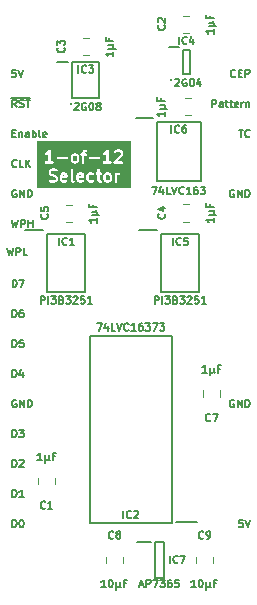
<source format=gbr>
%TF.GenerationSoftware,KiCad,Pcbnew,7.0.5*%
%TF.CreationDate,2024-01-22T12:46:48+02:00*%
%TF.ProjectId,Pixel Doubler,50697865-6c20-4446-9f75-626c65722e6b,rev?*%
%TF.SameCoordinates,Original*%
%TF.FileFunction,Legend,Top*%
%TF.FilePolarity,Positive*%
%FSLAX46Y46*%
G04 Gerber Fmt 4.6, Leading zero omitted, Abs format (unit mm)*
G04 Created by KiCad (PCBNEW 7.0.5) date 2024-01-22 12:46:48*
%MOMM*%
%LPD*%
G01*
G04 APERTURE LIST*
%ADD10C,0.150000*%
%ADD11C,0.200000*%
%ADD12C,0.120000*%
G04 APERTURE END LIST*
D10*
X90595255Y-58070963D02*
X90292874Y-58070963D01*
X90292874Y-58070963D02*
X90262636Y-58373344D01*
X90262636Y-58373344D02*
X90292874Y-58343105D01*
X90292874Y-58343105D02*
X90353350Y-58312867D01*
X90353350Y-58312867D02*
X90504541Y-58312867D01*
X90504541Y-58312867D02*
X90565017Y-58343105D01*
X90565017Y-58343105D02*
X90595255Y-58373344D01*
X90595255Y-58373344D02*
X90625493Y-58433820D01*
X90625493Y-58433820D02*
X90625493Y-58585010D01*
X90625493Y-58585010D02*
X90595255Y-58645486D01*
X90595255Y-58645486D02*
X90565017Y-58675725D01*
X90565017Y-58675725D02*
X90504541Y-58705963D01*
X90504541Y-58705963D02*
X90353350Y-58705963D01*
X90353350Y-58705963D02*
X90292874Y-58675725D01*
X90292874Y-58675725D02*
X90262636Y-58645486D01*
X90806922Y-58070963D02*
X91018588Y-58705963D01*
X91018588Y-58705963D02*
X91230255Y-58070963D01*
X109822839Y-96170963D02*
X109520458Y-96170963D01*
X109520458Y-96170963D02*
X109490220Y-96473344D01*
X109490220Y-96473344D02*
X109520458Y-96443105D01*
X109520458Y-96443105D02*
X109580934Y-96412867D01*
X109580934Y-96412867D02*
X109732125Y-96412867D01*
X109732125Y-96412867D02*
X109792601Y-96443105D01*
X109792601Y-96443105D02*
X109822839Y-96473344D01*
X109822839Y-96473344D02*
X109853077Y-96533820D01*
X109853077Y-96533820D02*
X109853077Y-96685010D01*
X109853077Y-96685010D02*
X109822839Y-96745486D01*
X109822839Y-96745486D02*
X109792601Y-96775725D01*
X109792601Y-96775725D02*
X109732125Y-96805963D01*
X109732125Y-96805963D02*
X109580934Y-96805963D01*
X109580934Y-96805963D02*
X109520458Y-96775725D01*
X109520458Y-96775725D02*
X109490220Y-96745486D01*
X110034506Y-96170963D02*
X110246172Y-96805963D01*
X110246172Y-96805963D02*
X110457839Y-96170963D01*
X90292874Y-63453344D02*
X90504541Y-63453344D01*
X90595255Y-63785963D02*
X90292874Y-63785963D01*
X90292874Y-63785963D02*
X90292874Y-63150963D01*
X90292874Y-63150963D02*
X90595255Y-63150963D01*
X90867398Y-63362629D02*
X90867398Y-63785963D01*
X90867398Y-63423105D02*
X90897636Y-63392867D01*
X90897636Y-63392867D02*
X90958112Y-63362629D01*
X90958112Y-63362629D02*
X91048827Y-63362629D01*
X91048827Y-63362629D02*
X91109303Y-63392867D01*
X91109303Y-63392867D02*
X91139541Y-63453344D01*
X91139541Y-63453344D02*
X91139541Y-63785963D01*
X91714065Y-63785963D02*
X91714065Y-63453344D01*
X91714065Y-63453344D02*
X91683827Y-63392867D01*
X91683827Y-63392867D02*
X91623351Y-63362629D01*
X91623351Y-63362629D02*
X91502398Y-63362629D01*
X91502398Y-63362629D02*
X91441922Y-63392867D01*
X91714065Y-63755725D02*
X91653589Y-63785963D01*
X91653589Y-63785963D02*
X91502398Y-63785963D01*
X91502398Y-63785963D02*
X91441922Y-63755725D01*
X91441922Y-63755725D02*
X91411684Y-63695248D01*
X91411684Y-63695248D02*
X91411684Y-63634772D01*
X91411684Y-63634772D02*
X91441922Y-63574296D01*
X91441922Y-63574296D02*
X91502398Y-63544058D01*
X91502398Y-63544058D02*
X91653589Y-63544058D01*
X91653589Y-63544058D02*
X91714065Y-63513820D01*
X92016446Y-63785963D02*
X92016446Y-63150963D01*
X92016446Y-63392867D02*
X92076922Y-63362629D01*
X92076922Y-63362629D02*
X92197875Y-63362629D01*
X92197875Y-63362629D02*
X92258351Y-63392867D01*
X92258351Y-63392867D02*
X92288589Y-63423105D01*
X92288589Y-63423105D02*
X92318827Y-63483582D01*
X92318827Y-63483582D02*
X92318827Y-63665010D01*
X92318827Y-63665010D02*
X92288589Y-63725486D01*
X92288589Y-63725486D02*
X92258351Y-63755725D01*
X92258351Y-63755725D02*
X92197875Y-63785963D01*
X92197875Y-63785963D02*
X92076922Y-63785963D01*
X92076922Y-63785963D02*
X92016446Y-63755725D01*
X92681684Y-63785963D02*
X92621208Y-63755725D01*
X92621208Y-63755725D02*
X92590970Y-63695248D01*
X92590970Y-63695248D02*
X92590970Y-63150963D01*
X93165494Y-63755725D02*
X93105018Y-63785963D01*
X93105018Y-63785963D02*
X92984065Y-63785963D01*
X92984065Y-63785963D02*
X92923589Y-63755725D01*
X92923589Y-63755725D02*
X92893351Y-63695248D01*
X92893351Y-63695248D02*
X92893351Y-63453344D01*
X92893351Y-63453344D02*
X92923589Y-63392867D01*
X92923589Y-63392867D02*
X92984065Y-63362629D01*
X92984065Y-63362629D02*
X93105018Y-63362629D01*
X93105018Y-63362629D02*
X93165494Y-63392867D01*
X93165494Y-63392867D02*
X93195732Y-63453344D01*
X93195732Y-63453344D02*
X93195732Y-63513820D01*
X93195732Y-63513820D02*
X92893351Y-63574296D01*
X90292874Y-89185963D02*
X90292874Y-88550963D01*
X90292874Y-88550963D02*
X90444064Y-88550963D01*
X90444064Y-88550963D02*
X90534779Y-88581201D01*
X90534779Y-88581201D02*
X90595255Y-88641677D01*
X90595255Y-88641677D02*
X90625493Y-88702153D01*
X90625493Y-88702153D02*
X90655731Y-88823105D01*
X90655731Y-88823105D02*
X90655731Y-88913820D01*
X90655731Y-88913820D02*
X90625493Y-89034772D01*
X90625493Y-89034772D02*
X90595255Y-89095248D01*
X90595255Y-89095248D02*
X90534779Y-89155725D01*
X90534779Y-89155725D02*
X90444064Y-89185963D01*
X90444064Y-89185963D02*
X90292874Y-89185963D01*
X90867398Y-88550963D02*
X91260493Y-88550963D01*
X91260493Y-88550963D02*
X91048826Y-88792867D01*
X91048826Y-88792867D02*
X91139541Y-88792867D01*
X91139541Y-88792867D02*
X91200017Y-88823105D01*
X91200017Y-88823105D02*
X91230255Y-88853344D01*
X91230255Y-88853344D02*
X91260493Y-88913820D01*
X91260493Y-88913820D02*
X91260493Y-89065010D01*
X91260493Y-89065010D02*
X91230255Y-89125486D01*
X91230255Y-89125486D02*
X91200017Y-89155725D01*
X91200017Y-89155725D02*
X91139541Y-89185963D01*
X91139541Y-89185963D02*
X90958112Y-89185963D01*
X90958112Y-89185963D02*
X90897636Y-89155725D01*
X90897636Y-89155725D02*
X90867398Y-89125486D01*
X107222363Y-61245963D02*
X107222363Y-60610963D01*
X107222363Y-60610963D02*
X107464268Y-60610963D01*
X107464268Y-60610963D02*
X107524744Y-60641201D01*
X107524744Y-60641201D02*
X107554982Y-60671439D01*
X107554982Y-60671439D02*
X107585220Y-60731915D01*
X107585220Y-60731915D02*
X107585220Y-60822629D01*
X107585220Y-60822629D02*
X107554982Y-60883105D01*
X107554982Y-60883105D02*
X107524744Y-60913344D01*
X107524744Y-60913344D02*
X107464268Y-60943582D01*
X107464268Y-60943582D02*
X107222363Y-60943582D01*
X108129506Y-61245963D02*
X108129506Y-60913344D01*
X108129506Y-60913344D02*
X108099268Y-60852867D01*
X108099268Y-60852867D02*
X108038792Y-60822629D01*
X108038792Y-60822629D02*
X107917839Y-60822629D01*
X107917839Y-60822629D02*
X107857363Y-60852867D01*
X108129506Y-61215725D02*
X108069030Y-61245963D01*
X108069030Y-61245963D02*
X107917839Y-61245963D01*
X107917839Y-61245963D02*
X107857363Y-61215725D01*
X107857363Y-61215725D02*
X107827125Y-61155248D01*
X107827125Y-61155248D02*
X107827125Y-61094772D01*
X107827125Y-61094772D02*
X107857363Y-61034296D01*
X107857363Y-61034296D02*
X107917839Y-61004058D01*
X107917839Y-61004058D02*
X108069030Y-61004058D01*
X108069030Y-61004058D02*
X108129506Y-60973820D01*
X108341173Y-60822629D02*
X108583077Y-60822629D01*
X108431887Y-60610963D02*
X108431887Y-61155248D01*
X108431887Y-61155248D02*
X108462125Y-61215725D01*
X108462125Y-61215725D02*
X108522601Y-61245963D01*
X108522601Y-61245963D02*
X108583077Y-61245963D01*
X108704030Y-60822629D02*
X108945934Y-60822629D01*
X108794744Y-60610963D02*
X108794744Y-61155248D01*
X108794744Y-61155248D02*
X108824982Y-61215725D01*
X108824982Y-61215725D02*
X108885458Y-61245963D01*
X108885458Y-61245963D02*
X108945934Y-61245963D01*
X109399506Y-61215725D02*
X109339030Y-61245963D01*
X109339030Y-61245963D02*
X109218077Y-61245963D01*
X109218077Y-61245963D02*
X109157601Y-61215725D01*
X109157601Y-61215725D02*
X109127363Y-61155248D01*
X109127363Y-61155248D02*
X109127363Y-60913344D01*
X109127363Y-60913344D02*
X109157601Y-60852867D01*
X109157601Y-60852867D02*
X109218077Y-60822629D01*
X109218077Y-60822629D02*
X109339030Y-60822629D01*
X109339030Y-60822629D02*
X109399506Y-60852867D01*
X109399506Y-60852867D02*
X109429744Y-60913344D01*
X109429744Y-60913344D02*
X109429744Y-60973820D01*
X109429744Y-60973820D02*
X109127363Y-61034296D01*
X109701887Y-61245963D02*
X109701887Y-60822629D01*
X109701887Y-60943582D02*
X109732125Y-60883105D01*
X109732125Y-60883105D02*
X109762363Y-60852867D01*
X109762363Y-60852867D02*
X109822839Y-60822629D01*
X109822839Y-60822629D02*
X109883316Y-60822629D01*
X110094982Y-60822629D02*
X110094982Y-61245963D01*
X110094982Y-60883105D02*
X110125220Y-60852867D01*
X110125220Y-60852867D02*
X110185696Y-60822629D01*
X110185696Y-60822629D02*
X110276411Y-60822629D01*
X110276411Y-60822629D02*
X110336887Y-60852867D01*
X110336887Y-60852867D02*
X110367125Y-60913344D01*
X110367125Y-60913344D02*
X110367125Y-61245963D01*
X90292874Y-84105963D02*
X90292874Y-83470963D01*
X90292874Y-83470963D02*
X90444064Y-83470963D01*
X90444064Y-83470963D02*
X90534779Y-83501201D01*
X90534779Y-83501201D02*
X90595255Y-83561677D01*
X90595255Y-83561677D02*
X90625493Y-83622153D01*
X90625493Y-83622153D02*
X90655731Y-83743105D01*
X90655731Y-83743105D02*
X90655731Y-83833820D01*
X90655731Y-83833820D02*
X90625493Y-83954772D01*
X90625493Y-83954772D02*
X90595255Y-84015248D01*
X90595255Y-84015248D02*
X90534779Y-84075725D01*
X90534779Y-84075725D02*
X90444064Y-84105963D01*
X90444064Y-84105963D02*
X90292874Y-84105963D01*
X91200017Y-83682629D02*
X91200017Y-84105963D01*
X91048826Y-83440725D02*
X90897636Y-83894296D01*
X90897636Y-83894296D02*
X91290731Y-83894296D01*
X90232398Y-70770963D02*
X90383588Y-71405963D01*
X90383588Y-71405963D02*
X90504541Y-70952391D01*
X90504541Y-70952391D02*
X90625493Y-71405963D01*
X90625493Y-71405963D02*
X90776684Y-70770963D01*
X91018588Y-71405963D02*
X91018588Y-70770963D01*
X91018588Y-70770963D02*
X91260493Y-70770963D01*
X91260493Y-70770963D02*
X91320969Y-70801201D01*
X91320969Y-70801201D02*
X91351207Y-70831439D01*
X91351207Y-70831439D02*
X91381445Y-70891915D01*
X91381445Y-70891915D02*
X91381445Y-70982629D01*
X91381445Y-70982629D02*
X91351207Y-71043105D01*
X91351207Y-71043105D02*
X91320969Y-71073344D01*
X91320969Y-71073344D02*
X91260493Y-71103582D01*
X91260493Y-71103582D02*
X91018588Y-71103582D01*
X91653588Y-71405963D02*
X91653588Y-70770963D01*
X91653588Y-71073344D02*
X92016445Y-71073344D01*
X92016445Y-71405963D02*
X92016445Y-70770963D01*
X109066887Y-68261201D02*
X109006411Y-68230963D01*
X109006411Y-68230963D02*
X108915697Y-68230963D01*
X108915697Y-68230963D02*
X108824982Y-68261201D01*
X108824982Y-68261201D02*
X108764506Y-68321677D01*
X108764506Y-68321677D02*
X108734268Y-68382153D01*
X108734268Y-68382153D02*
X108704030Y-68503105D01*
X108704030Y-68503105D02*
X108704030Y-68593820D01*
X108704030Y-68593820D02*
X108734268Y-68714772D01*
X108734268Y-68714772D02*
X108764506Y-68775248D01*
X108764506Y-68775248D02*
X108824982Y-68835725D01*
X108824982Y-68835725D02*
X108915697Y-68865963D01*
X108915697Y-68865963D02*
X108976173Y-68865963D01*
X108976173Y-68865963D02*
X109066887Y-68835725D01*
X109066887Y-68835725D02*
X109097125Y-68805486D01*
X109097125Y-68805486D02*
X109097125Y-68593820D01*
X109097125Y-68593820D02*
X108976173Y-68593820D01*
X109369268Y-68865963D02*
X109369268Y-68230963D01*
X109369268Y-68230963D02*
X109732125Y-68865963D01*
X109732125Y-68865963D02*
X109732125Y-68230963D01*
X110034506Y-68865963D02*
X110034506Y-68230963D01*
X110034506Y-68230963D02*
X110185696Y-68230963D01*
X110185696Y-68230963D02*
X110276411Y-68261201D01*
X110276411Y-68261201D02*
X110336887Y-68321677D01*
X110336887Y-68321677D02*
X110367125Y-68382153D01*
X110367125Y-68382153D02*
X110397363Y-68503105D01*
X110397363Y-68503105D02*
X110397363Y-68593820D01*
X110397363Y-68593820D02*
X110367125Y-68714772D01*
X110367125Y-68714772D02*
X110336887Y-68775248D01*
X110336887Y-68775248D02*
X110276411Y-68835725D01*
X110276411Y-68835725D02*
X110185696Y-68865963D01*
X110185696Y-68865963D02*
X110034506Y-68865963D01*
X90625493Y-86041201D02*
X90565017Y-86010963D01*
X90565017Y-86010963D02*
X90474303Y-86010963D01*
X90474303Y-86010963D02*
X90383588Y-86041201D01*
X90383588Y-86041201D02*
X90323112Y-86101677D01*
X90323112Y-86101677D02*
X90292874Y-86162153D01*
X90292874Y-86162153D02*
X90262636Y-86283105D01*
X90262636Y-86283105D02*
X90262636Y-86373820D01*
X90262636Y-86373820D02*
X90292874Y-86494772D01*
X90292874Y-86494772D02*
X90323112Y-86555248D01*
X90323112Y-86555248D02*
X90383588Y-86615725D01*
X90383588Y-86615725D02*
X90474303Y-86645963D01*
X90474303Y-86645963D02*
X90534779Y-86645963D01*
X90534779Y-86645963D02*
X90625493Y-86615725D01*
X90625493Y-86615725D02*
X90655731Y-86585486D01*
X90655731Y-86585486D02*
X90655731Y-86373820D01*
X90655731Y-86373820D02*
X90534779Y-86373820D01*
X90927874Y-86645963D02*
X90927874Y-86010963D01*
X90927874Y-86010963D02*
X91290731Y-86645963D01*
X91290731Y-86645963D02*
X91290731Y-86010963D01*
X91593112Y-86645963D02*
X91593112Y-86010963D01*
X91593112Y-86010963D02*
X91744302Y-86010963D01*
X91744302Y-86010963D02*
X91835017Y-86041201D01*
X91835017Y-86041201D02*
X91895493Y-86101677D01*
X91895493Y-86101677D02*
X91925731Y-86162153D01*
X91925731Y-86162153D02*
X91955969Y-86283105D01*
X91955969Y-86283105D02*
X91955969Y-86373820D01*
X91955969Y-86373820D02*
X91925731Y-86494772D01*
X91925731Y-86494772D02*
X91895493Y-86555248D01*
X91895493Y-86555248D02*
X91835017Y-86615725D01*
X91835017Y-86615725D02*
X91744302Y-86645963D01*
X91744302Y-86645963D02*
X91593112Y-86645963D01*
X90292874Y-94265963D02*
X90292874Y-93630963D01*
X90292874Y-93630963D02*
X90444064Y-93630963D01*
X90444064Y-93630963D02*
X90534779Y-93661201D01*
X90534779Y-93661201D02*
X90595255Y-93721677D01*
X90595255Y-93721677D02*
X90625493Y-93782153D01*
X90625493Y-93782153D02*
X90655731Y-93903105D01*
X90655731Y-93903105D02*
X90655731Y-93993820D01*
X90655731Y-93993820D02*
X90625493Y-94114772D01*
X90625493Y-94114772D02*
X90595255Y-94175248D01*
X90595255Y-94175248D02*
X90534779Y-94235725D01*
X90534779Y-94235725D02*
X90444064Y-94265963D01*
X90444064Y-94265963D02*
X90292874Y-94265963D01*
X91260493Y-94265963D02*
X90897636Y-94265963D01*
X91079064Y-94265963D02*
X91079064Y-93630963D01*
X91079064Y-93630963D02*
X91018588Y-93721677D01*
X91018588Y-93721677D02*
X90958112Y-93782153D01*
X90958112Y-93782153D02*
X90897636Y-93812391D01*
X90318274Y-76485963D02*
X90318274Y-75850963D01*
X90318274Y-75850963D02*
X90469464Y-75850963D01*
X90469464Y-75850963D02*
X90560179Y-75881201D01*
X90560179Y-75881201D02*
X90620655Y-75941677D01*
X90620655Y-75941677D02*
X90650893Y-76002153D01*
X90650893Y-76002153D02*
X90681131Y-76123105D01*
X90681131Y-76123105D02*
X90681131Y-76213820D01*
X90681131Y-76213820D02*
X90650893Y-76334772D01*
X90650893Y-76334772D02*
X90620655Y-76395248D01*
X90620655Y-76395248D02*
X90560179Y-76455725D01*
X90560179Y-76455725D02*
X90469464Y-76485963D01*
X90469464Y-76485963D02*
X90318274Y-76485963D01*
X90892798Y-75850963D02*
X91316131Y-75850963D01*
X91316131Y-75850963D02*
X91043988Y-76485963D01*
X109459982Y-63150963D02*
X109822839Y-63150963D01*
X109641410Y-63785963D02*
X109641410Y-63150963D01*
X110397363Y-63725486D02*
X110367125Y-63755725D01*
X110367125Y-63755725D02*
X110276411Y-63785963D01*
X110276411Y-63785963D02*
X110215935Y-63785963D01*
X110215935Y-63785963D02*
X110125220Y-63755725D01*
X110125220Y-63755725D02*
X110064744Y-63695248D01*
X110064744Y-63695248D02*
X110034506Y-63634772D01*
X110034506Y-63634772D02*
X110004268Y-63513820D01*
X110004268Y-63513820D02*
X110004268Y-63423105D01*
X110004268Y-63423105D02*
X110034506Y-63302153D01*
X110034506Y-63302153D02*
X110064744Y-63241677D01*
X110064744Y-63241677D02*
X110125220Y-63181201D01*
X110125220Y-63181201D02*
X110215935Y-63150963D01*
X110215935Y-63150963D02*
X110276411Y-63150963D01*
X110276411Y-63150963D02*
X110367125Y-63181201D01*
X110367125Y-63181201D02*
X110397363Y-63211439D01*
X90655731Y-61245963D02*
X90444064Y-60943582D01*
X90292874Y-61245963D02*
X90292874Y-60610963D01*
X90292874Y-60610963D02*
X90534779Y-60610963D01*
X90534779Y-60610963D02*
X90595255Y-60641201D01*
X90595255Y-60641201D02*
X90625493Y-60671439D01*
X90625493Y-60671439D02*
X90655731Y-60731915D01*
X90655731Y-60731915D02*
X90655731Y-60822629D01*
X90655731Y-60822629D02*
X90625493Y-60883105D01*
X90625493Y-60883105D02*
X90595255Y-60913344D01*
X90595255Y-60913344D02*
X90534779Y-60943582D01*
X90534779Y-60943582D02*
X90292874Y-60943582D01*
X90897636Y-61215725D02*
X90988350Y-61245963D01*
X90988350Y-61245963D02*
X91139541Y-61245963D01*
X91139541Y-61245963D02*
X91200017Y-61215725D01*
X91200017Y-61215725D02*
X91230255Y-61185486D01*
X91230255Y-61185486D02*
X91260493Y-61125010D01*
X91260493Y-61125010D02*
X91260493Y-61064534D01*
X91260493Y-61064534D02*
X91230255Y-61004058D01*
X91230255Y-61004058D02*
X91200017Y-60973820D01*
X91200017Y-60973820D02*
X91139541Y-60943582D01*
X91139541Y-60943582D02*
X91018588Y-60913344D01*
X91018588Y-60913344D02*
X90958112Y-60883105D01*
X90958112Y-60883105D02*
X90927874Y-60852867D01*
X90927874Y-60852867D02*
X90897636Y-60792391D01*
X90897636Y-60792391D02*
X90897636Y-60731915D01*
X90897636Y-60731915D02*
X90927874Y-60671439D01*
X90927874Y-60671439D02*
X90958112Y-60641201D01*
X90958112Y-60641201D02*
X91018588Y-60610963D01*
X91018588Y-60610963D02*
X91169779Y-60610963D01*
X91169779Y-60610963D02*
X91260493Y-60641201D01*
X91441922Y-60610963D02*
X91804779Y-60610963D01*
X91623350Y-61245963D02*
X91623350Y-60610963D01*
X90205184Y-60434675D02*
X91801756Y-60434675D01*
X90292874Y-91725963D02*
X90292874Y-91090963D01*
X90292874Y-91090963D02*
X90444064Y-91090963D01*
X90444064Y-91090963D02*
X90534779Y-91121201D01*
X90534779Y-91121201D02*
X90595255Y-91181677D01*
X90595255Y-91181677D02*
X90625493Y-91242153D01*
X90625493Y-91242153D02*
X90655731Y-91363105D01*
X90655731Y-91363105D02*
X90655731Y-91453820D01*
X90655731Y-91453820D02*
X90625493Y-91574772D01*
X90625493Y-91574772D02*
X90595255Y-91635248D01*
X90595255Y-91635248D02*
X90534779Y-91695725D01*
X90534779Y-91695725D02*
X90444064Y-91725963D01*
X90444064Y-91725963D02*
X90292874Y-91725963D01*
X90897636Y-91151439D02*
X90927874Y-91121201D01*
X90927874Y-91121201D02*
X90988350Y-91090963D01*
X90988350Y-91090963D02*
X91139541Y-91090963D01*
X91139541Y-91090963D02*
X91200017Y-91121201D01*
X91200017Y-91121201D02*
X91230255Y-91151439D01*
X91230255Y-91151439D02*
X91260493Y-91211915D01*
X91260493Y-91211915D02*
X91260493Y-91272391D01*
X91260493Y-91272391D02*
X91230255Y-91363105D01*
X91230255Y-91363105D02*
X90867398Y-91725963D01*
X90867398Y-91725963D02*
X91260493Y-91725963D01*
X90655731Y-66265486D02*
X90625493Y-66295725D01*
X90625493Y-66295725D02*
X90534779Y-66325963D01*
X90534779Y-66325963D02*
X90474303Y-66325963D01*
X90474303Y-66325963D02*
X90383588Y-66295725D01*
X90383588Y-66295725D02*
X90323112Y-66235248D01*
X90323112Y-66235248D02*
X90292874Y-66174772D01*
X90292874Y-66174772D02*
X90262636Y-66053820D01*
X90262636Y-66053820D02*
X90262636Y-65963105D01*
X90262636Y-65963105D02*
X90292874Y-65842153D01*
X90292874Y-65842153D02*
X90323112Y-65781677D01*
X90323112Y-65781677D02*
X90383588Y-65721201D01*
X90383588Y-65721201D02*
X90474303Y-65690963D01*
X90474303Y-65690963D02*
X90534779Y-65690963D01*
X90534779Y-65690963D02*
X90625493Y-65721201D01*
X90625493Y-65721201D02*
X90655731Y-65751439D01*
X91230255Y-66325963D02*
X90927874Y-66325963D01*
X90927874Y-66325963D02*
X90927874Y-65690963D01*
X91441922Y-66325963D02*
X91441922Y-65690963D01*
X91804779Y-66325963D02*
X91532636Y-65963105D01*
X91804779Y-65690963D02*
X91441922Y-66053820D01*
X90292874Y-96805963D02*
X90292874Y-96170963D01*
X90292874Y-96170963D02*
X90444064Y-96170963D01*
X90444064Y-96170963D02*
X90534779Y-96201201D01*
X90534779Y-96201201D02*
X90595255Y-96261677D01*
X90595255Y-96261677D02*
X90625493Y-96322153D01*
X90625493Y-96322153D02*
X90655731Y-96443105D01*
X90655731Y-96443105D02*
X90655731Y-96533820D01*
X90655731Y-96533820D02*
X90625493Y-96654772D01*
X90625493Y-96654772D02*
X90595255Y-96715248D01*
X90595255Y-96715248D02*
X90534779Y-96775725D01*
X90534779Y-96775725D02*
X90444064Y-96805963D01*
X90444064Y-96805963D02*
X90292874Y-96805963D01*
X91048826Y-96170963D02*
X91109303Y-96170963D01*
X91109303Y-96170963D02*
X91169779Y-96201201D01*
X91169779Y-96201201D02*
X91200017Y-96231439D01*
X91200017Y-96231439D02*
X91230255Y-96291915D01*
X91230255Y-96291915D02*
X91260493Y-96412867D01*
X91260493Y-96412867D02*
X91260493Y-96564058D01*
X91260493Y-96564058D02*
X91230255Y-96685010D01*
X91230255Y-96685010D02*
X91200017Y-96745486D01*
X91200017Y-96745486D02*
X91169779Y-96775725D01*
X91169779Y-96775725D02*
X91109303Y-96805963D01*
X91109303Y-96805963D02*
X91048826Y-96805963D01*
X91048826Y-96805963D02*
X90988350Y-96775725D01*
X90988350Y-96775725D02*
X90958112Y-96745486D01*
X90958112Y-96745486D02*
X90927874Y-96685010D01*
X90927874Y-96685010D02*
X90897636Y-96564058D01*
X90897636Y-96564058D02*
X90897636Y-96412867D01*
X90897636Y-96412867D02*
X90927874Y-96291915D01*
X90927874Y-96291915D02*
X90958112Y-96231439D01*
X90958112Y-96231439D02*
X90988350Y-96201201D01*
X90988350Y-96201201D02*
X91048826Y-96170963D01*
X89851398Y-73158563D02*
X90002588Y-73793563D01*
X90002588Y-73793563D02*
X90123541Y-73339991D01*
X90123541Y-73339991D02*
X90244493Y-73793563D01*
X90244493Y-73793563D02*
X90395684Y-73158563D01*
X90637588Y-73793563D02*
X90637588Y-73158563D01*
X90637588Y-73158563D02*
X90879493Y-73158563D01*
X90879493Y-73158563D02*
X90939969Y-73188801D01*
X90939969Y-73188801D02*
X90970207Y-73219039D01*
X90970207Y-73219039D02*
X91000445Y-73279515D01*
X91000445Y-73279515D02*
X91000445Y-73370229D01*
X91000445Y-73370229D02*
X90970207Y-73430705D01*
X90970207Y-73430705D02*
X90939969Y-73460944D01*
X90939969Y-73460944D02*
X90879493Y-73491182D01*
X90879493Y-73491182D02*
X90637588Y-73491182D01*
X91574969Y-73793563D02*
X91272588Y-73793563D01*
X91272588Y-73793563D02*
X91272588Y-73158563D01*
D11*
G36*
X94793063Y-66988306D02*
G01*
X94810514Y-67023207D01*
X94539027Y-67077504D01*
X94539027Y-67032615D01*
X94561182Y-66988306D01*
X94605491Y-66966152D01*
X94748755Y-66966152D01*
X94793063Y-66988306D01*
G37*
G36*
X96174016Y-66988306D02*
G01*
X96191467Y-67023207D01*
X95919981Y-67077504D01*
X95919980Y-67032615D01*
X95942135Y-66988306D01*
X95986444Y-66966152D01*
X96129708Y-66966152D01*
X96174016Y-66988306D01*
G37*
G36*
X98475031Y-66995956D02*
G01*
X98499701Y-67020625D01*
X98529505Y-67080234D01*
X98529505Y-67318736D01*
X98499701Y-67378343D01*
X98475030Y-67403014D01*
X98415423Y-67432819D01*
X98319778Y-67432819D01*
X98260171Y-67403015D01*
X98235500Y-67378343D01*
X98205696Y-67318735D01*
X98205696Y-67080234D01*
X98235500Y-67020625D01*
X98260170Y-66995955D01*
X98319778Y-66966152D01*
X98415423Y-66966152D01*
X98475031Y-66995956D01*
G37*
G36*
X95713125Y-65385956D02*
G01*
X95737795Y-65410625D01*
X95767599Y-65470234D01*
X95767599Y-65708735D01*
X95737795Y-65768343D01*
X95713124Y-65793014D01*
X95653517Y-65822819D01*
X95557872Y-65822819D01*
X95498265Y-65793015D01*
X95473594Y-65768343D01*
X95443790Y-65708735D01*
X95443790Y-65470234D01*
X95473594Y-65410625D01*
X95498263Y-65385956D01*
X95557872Y-65356152D01*
X95653517Y-65356152D01*
X95713125Y-65385956D01*
G37*
G36*
X100365219Y-68108457D02*
G01*
X92369981Y-68108457D01*
X92369981Y-66734483D01*
X93383027Y-66734483D01*
X93386647Y-66743211D01*
X93386647Y-66813147D01*
X93384073Y-66836991D01*
X93393211Y-66855267D01*
X93398970Y-66874880D01*
X93406111Y-66881068D01*
X93439215Y-66947276D01*
X93442793Y-66963719D01*
X93462272Y-66983198D01*
X93481044Y-67003379D01*
X93482937Y-67003863D01*
X93502308Y-67023234D01*
X93510901Y-67037701D01*
X93535537Y-67050019D01*
X93559731Y-67063230D01*
X93561679Y-67063090D01*
X93616469Y-67090485D01*
X93624383Y-67098902D01*
X93642221Y-67103361D01*
X93645262Y-67104882D01*
X93656116Y-67106835D01*
X93832698Y-67150980D01*
X93903601Y-67186432D01*
X93928271Y-67211101D01*
X93958075Y-67270710D01*
X93958075Y-67318736D01*
X93928271Y-67378343D01*
X93903600Y-67403014D01*
X93843993Y-67432819D01*
X93645731Y-67432819D01*
X93504629Y-67385785D01*
X93460917Y-67384204D01*
X93410399Y-67414147D01*
X93384090Y-67466648D01*
X93390340Y-67525041D01*
X93427168Y-67570783D01*
X93585985Y-67623721D01*
X93600141Y-67632819D01*
X93627696Y-67632819D01*
X93655233Y-67633815D01*
X93656913Y-67632819D01*
X93862214Y-67632819D01*
X93886057Y-67635393D01*
X93904333Y-67626254D01*
X93923946Y-67620496D01*
X93930134Y-67613354D01*
X93996342Y-67580250D01*
X94012786Y-67576673D01*
X94032271Y-67557187D01*
X94052445Y-67538422D01*
X94052929Y-67536528D01*
X94072302Y-67517155D01*
X94086767Y-67508564D01*
X94099084Y-67483929D01*
X94112296Y-67459733D01*
X94112156Y-67457785D01*
X94145109Y-67391880D01*
X94158075Y-67371705D01*
X94158075Y-67351269D01*
X94161695Y-67331154D01*
X94158074Y-67322425D01*
X94158075Y-67252488D01*
X94160649Y-67228645D01*
X94151510Y-67210367D01*
X94145752Y-67190757D01*
X94138610Y-67184569D01*
X94105505Y-67118358D01*
X94101929Y-67101918D01*
X94082454Y-67082443D01*
X94063678Y-67062257D01*
X94061783Y-67061772D01*
X94042413Y-67042402D01*
X94033821Y-67027936D01*
X94018344Y-67020197D01*
X94335408Y-67020197D01*
X94339028Y-67028925D01*
X94339028Y-67173063D01*
X94337574Y-67175623D01*
X94339028Y-67202225D01*
X94339028Y-67384575D01*
X94336454Y-67408419D01*
X94345592Y-67426696D01*
X94351351Y-67446308D01*
X94358491Y-67452495D01*
X94385811Y-67507135D01*
X94385674Y-67511020D01*
X94398818Y-67533150D01*
X94403634Y-67542782D01*
X94406137Y-67545473D01*
X94415663Y-67561511D01*
X94425745Y-67566552D01*
X94433425Y-67574808D01*
X94451501Y-67579430D01*
X94532346Y-67619853D01*
X94552522Y-67632819D01*
X94572957Y-67632819D01*
X94593073Y-67636439D01*
X94601801Y-67632819D01*
X94766976Y-67632819D01*
X94790819Y-67635393D01*
X94809095Y-67626254D01*
X94828708Y-67620496D01*
X94834896Y-67613354D01*
X94925181Y-67568212D01*
X94957207Y-67538422D01*
X94971756Y-67481527D01*
X94953236Y-67425799D01*
X94931689Y-67408419D01*
X95241216Y-67408419D01*
X95250354Y-67426696D01*
X95256113Y-67446308D01*
X95263253Y-67452495D01*
X95290573Y-67507135D01*
X95290436Y-67511020D01*
X95303580Y-67533150D01*
X95308396Y-67542782D01*
X95310899Y-67545473D01*
X95320425Y-67561511D01*
X95330507Y-67566552D01*
X95338187Y-67574808D01*
X95356263Y-67579430D01*
X95454786Y-67628692D01*
X95497835Y-67636439D01*
X95552080Y-67613941D01*
X95585550Y-67565688D01*
X95587620Y-67506999D01*
X95557631Y-67456508D01*
X95465944Y-67410664D01*
X95443790Y-67366355D01*
X95443790Y-67020197D01*
X95716361Y-67020197D01*
X95719981Y-67028925D01*
X95719981Y-67173063D01*
X95718527Y-67175623D01*
X95719981Y-67202225D01*
X95719981Y-67384575D01*
X95717407Y-67408419D01*
X95726545Y-67426696D01*
X95732304Y-67446308D01*
X95739444Y-67452495D01*
X95766764Y-67507135D01*
X95766627Y-67511020D01*
X95779771Y-67533150D01*
X95784587Y-67542782D01*
X95787090Y-67545473D01*
X95796616Y-67561511D01*
X95806698Y-67566552D01*
X95814378Y-67574808D01*
X95832454Y-67579430D01*
X95913299Y-67619853D01*
X95933475Y-67632819D01*
X95953910Y-67632819D01*
X95974026Y-67636439D01*
X95982754Y-67632819D01*
X96147929Y-67632819D01*
X96171772Y-67635393D01*
X96190048Y-67626254D01*
X96209661Y-67620496D01*
X96215849Y-67613354D01*
X96306134Y-67568212D01*
X96338160Y-67538422D01*
X96352709Y-67481527D01*
X96334189Y-67425799D01*
X96288479Y-67388929D01*
X96230093Y-67382626D01*
X96129708Y-67432819D01*
X95986444Y-67432819D01*
X95942135Y-67410664D01*
X95919980Y-67366355D01*
X95919981Y-67281465D01*
X96298939Y-67205673D01*
X96311003Y-67207408D01*
X96327160Y-67200029D01*
X96329882Y-67199485D01*
X96340192Y-67194077D01*
X96364422Y-67183013D01*
X96366013Y-67180537D01*
X96368618Y-67179171D01*
X96381768Y-67156021D01*
X96396171Y-67133610D01*
X96396171Y-67130666D01*
X96397624Y-67128109D01*
X96396171Y-67101525D01*
X96396171Y-67067816D01*
X96573504Y-67067816D01*
X96577124Y-67076544D01*
X96577124Y-67336956D01*
X96574550Y-67360800D01*
X96583688Y-67379076D01*
X96589447Y-67398689D01*
X96596588Y-67404877D01*
X96629692Y-67471084D01*
X96633269Y-67487527D01*
X96652752Y-67507010D01*
X96671521Y-67527188D01*
X96673413Y-67527671D01*
X96692785Y-67547044D01*
X96701378Y-67561511D01*
X96726016Y-67573830D01*
X96750207Y-67587040D01*
X96752156Y-67586900D01*
X96818061Y-67619853D01*
X96838237Y-67632819D01*
X96858672Y-67632819D01*
X96878788Y-67636439D01*
X96887516Y-67632819D01*
X97052691Y-67632819D01*
X97076534Y-67635393D01*
X97094810Y-67626254D01*
X97114423Y-67620496D01*
X97120611Y-67613354D01*
X97210896Y-67568212D01*
X97242922Y-67538422D01*
X97257471Y-67481527D01*
X97238951Y-67425799D01*
X97193241Y-67388929D01*
X97134855Y-67382626D01*
X97034470Y-67432819D01*
X96891206Y-67432819D01*
X96831599Y-67403015D01*
X96806928Y-67378343D01*
X96777124Y-67318735D01*
X96777124Y-67080234D01*
X96806928Y-67020625D01*
X96831598Y-66995955D01*
X96891206Y-66966152D01*
X97034470Y-66966152D01*
X97121453Y-67009644D01*
X97164502Y-67017391D01*
X97218747Y-66994893D01*
X97252217Y-66946640D01*
X97254287Y-66887951D01*
X97250149Y-66880984D01*
X97335868Y-66880984D01*
X97360263Y-66934403D01*
X97409666Y-66966152D01*
X97481886Y-66966152D01*
X97481886Y-67384575D01*
X97479312Y-67408419D01*
X97488450Y-67426696D01*
X97494209Y-67446308D01*
X97501349Y-67452495D01*
X97528669Y-67507135D01*
X97528532Y-67511020D01*
X97541676Y-67533150D01*
X97546492Y-67542782D01*
X97548995Y-67545473D01*
X97558521Y-67561511D01*
X97568603Y-67566552D01*
X97576283Y-67574808D01*
X97594359Y-67579430D01*
X97675204Y-67619853D01*
X97695380Y-67632819D01*
X97715815Y-67632819D01*
X97735931Y-67636439D01*
X97744659Y-67632819D01*
X97834360Y-67632819D01*
X97876328Y-67620496D01*
X97914785Y-67576114D01*
X97923142Y-67517987D01*
X97898747Y-67464568D01*
X97849344Y-67432819D01*
X97748349Y-67432819D01*
X97704040Y-67410664D01*
X97681886Y-67366355D01*
X97681886Y-67067816D01*
X98002076Y-67067816D01*
X98005696Y-67076544D01*
X98005696Y-67336956D01*
X98003122Y-67360800D01*
X98012260Y-67379076D01*
X98018019Y-67398689D01*
X98025160Y-67404877D01*
X98058264Y-67471084D01*
X98061841Y-67487527D01*
X98081324Y-67507010D01*
X98100093Y-67527188D01*
X98101985Y-67527671D01*
X98121357Y-67547044D01*
X98129950Y-67561511D01*
X98154588Y-67573830D01*
X98178779Y-67587040D01*
X98180728Y-67586900D01*
X98246633Y-67619853D01*
X98266809Y-67632819D01*
X98287244Y-67632819D01*
X98307360Y-67636439D01*
X98316088Y-67632819D01*
X98433644Y-67632819D01*
X98457487Y-67635393D01*
X98475763Y-67626254D01*
X98495376Y-67620496D01*
X98501564Y-67613354D01*
X98567772Y-67580250D01*
X98584216Y-67576673D01*
X98603701Y-67557187D01*
X98623875Y-67538422D01*
X98624359Y-67536528D01*
X98643732Y-67517155D01*
X98658197Y-67508564D01*
X98670514Y-67483929D01*
X98683726Y-67459733D01*
X98683586Y-67457785D01*
X98716539Y-67391880D01*
X98729505Y-67371705D01*
X98729505Y-67351269D01*
X98733125Y-67331154D01*
X98729505Y-67322425D01*
X98729504Y-67067816D01*
X98954457Y-67067816D01*
X98958077Y-67076544D01*
X98958077Y-67547198D01*
X98970400Y-67589166D01*
X99014782Y-67627623D01*
X99072909Y-67635980D01*
X99126328Y-67611585D01*
X99158077Y-67562182D01*
X99158077Y-67080234D01*
X99187881Y-67020625D01*
X99212551Y-66995955D01*
X99272159Y-66966152D01*
X99358170Y-66966152D01*
X99400138Y-66953829D01*
X99438595Y-66909447D01*
X99446952Y-66851320D01*
X99422557Y-66797901D01*
X99373154Y-66766152D01*
X99253937Y-66766152D01*
X99230094Y-66763578D01*
X99211816Y-66772716D01*
X99192206Y-66778475D01*
X99186018Y-66785616D01*
X99142785Y-66807232D01*
X99101372Y-66771348D01*
X99043245Y-66762991D01*
X98989826Y-66787386D01*
X98958077Y-66836789D01*
X98958077Y-67047700D01*
X98954457Y-67067816D01*
X98729504Y-67067816D01*
X98729504Y-67062012D01*
X98732079Y-67038169D01*
X98722940Y-67019891D01*
X98717182Y-67000281D01*
X98710040Y-66994093D01*
X98676935Y-66927882D01*
X98673359Y-66911442D01*
X98653884Y-66891967D01*
X98635108Y-66871781D01*
X98633213Y-66871296D01*
X98613843Y-66851926D01*
X98605251Y-66837460D01*
X98580616Y-66825142D01*
X98556421Y-66811931D01*
X98554471Y-66812070D01*
X98488570Y-66779119D01*
X98468392Y-66766152D01*
X98447956Y-66766152D01*
X98427841Y-66762532D01*
X98419113Y-66766152D01*
X98301556Y-66766152D01*
X98277713Y-66763578D01*
X98259435Y-66772716D01*
X98239825Y-66778475D01*
X98233637Y-66785616D01*
X98167426Y-66818721D01*
X98150986Y-66822298D01*
X98131511Y-66841772D01*
X98111325Y-66860549D01*
X98110840Y-66862443D01*
X98091470Y-66881813D01*
X98077004Y-66890406D01*
X98064686Y-66915040D01*
X98051475Y-66939236D01*
X98051614Y-66941185D01*
X98018663Y-67007086D01*
X98005696Y-67027265D01*
X98005696Y-67047700D01*
X98002076Y-67067816D01*
X97681886Y-67067816D01*
X97681886Y-66966152D01*
X97834360Y-66966152D01*
X97876328Y-66953829D01*
X97914785Y-66909447D01*
X97923142Y-66851320D01*
X97898747Y-66797901D01*
X97849344Y-66766152D01*
X97681886Y-66766152D01*
X97681886Y-66518440D01*
X97669563Y-66476472D01*
X97625181Y-66438015D01*
X97567054Y-66429658D01*
X97513635Y-66454053D01*
X97481886Y-66503456D01*
X97481886Y-66766152D01*
X97424650Y-66766152D01*
X97382682Y-66778475D01*
X97344225Y-66822857D01*
X97335868Y-66880984D01*
X97250149Y-66880984D01*
X97224298Y-66837460D01*
X97107617Y-66779119D01*
X97087439Y-66766152D01*
X97067003Y-66766152D01*
X97046888Y-66762532D01*
X97038160Y-66766152D01*
X96872984Y-66766152D01*
X96849141Y-66763578D01*
X96830863Y-66772716D01*
X96811253Y-66778475D01*
X96805065Y-66785616D01*
X96738854Y-66818721D01*
X96722414Y-66822298D01*
X96702939Y-66841772D01*
X96682753Y-66860549D01*
X96682268Y-66862443D01*
X96662898Y-66881813D01*
X96648432Y-66890406D01*
X96636114Y-66915040D01*
X96622903Y-66939236D01*
X96623042Y-66941185D01*
X96590091Y-67007086D01*
X96577124Y-67027265D01*
X96577124Y-67047700D01*
X96573504Y-67067816D01*
X96396171Y-67067816D01*
X96396171Y-67014393D01*
X96398745Y-66990550D01*
X96389606Y-66972272D01*
X96383848Y-66952662D01*
X96376706Y-66946474D01*
X96349387Y-66891836D01*
X96349525Y-66887951D01*
X96336375Y-66865811D01*
X96331564Y-66856189D01*
X96329063Y-66853500D01*
X96319536Y-66837460D01*
X96309454Y-66832419D01*
X96301774Y-66824162D01*
X96283693Y-66819538D01*
X96202855Y-66779119D01*
X96182677Y-66766152D01*
X96162241Y-66766152D01*
X96142126Y-66762532D01*
X96133398Y-66766152D01*
X95968222Y-66766152D01*
X95944379Y-66763578D01*
X95926101Y-66772716D01*
X95906491Y-66778475D01*
X95900303Y-66785616D01*
X95845665Y-66812935D01*
X95841780Y-66812798D01*
X95819640Y-66825947D01*
X95810018Y-66830759D01*
X95807329Y-66833259D01*
X95791289Y-66842787D01*
X95786248Y-66852868D01*
X95777991Y-66860549D01*
X95773367Y-66878629D01*
X95732948Y-66959467D01*
X95719981Y-66979646D01*
X95719981Y-67000081D01*
X95716361Y-67020197D01*
X95443790Y-67020197D01*
X95443790Y-66518440D01*
X95431467Y-66476472D01*
X95387085Y-66438015D01*
X95328958Y-66429658D01*
X95275539Y-66454053D01*
X95243790Y-66503456D01*
X95243790Y-67384575D01*
X95241216Y-67408419D01*
X94931689Y-67408419D01*
X94907526Y-67388929D01*
X94849140Y-67382626D01*
X94748755Y-67432819D01*
X94605491Y-67432819D01*
X94561182Y-67410664D01*
X94539027Y-67366355D01*
X94539027Y-67281465D01*
X94917986Y-67205673D01*
X94930050Y-67207408D01*
X94946207Y-67200029D01*
X94948929Y-67199485D01*
X94959239Y-67194077D01*
X94983469Y-67183013D01*
X94985060Y-67180537D01*
X94987665Y-67179171D01*
X95000815Y-67156021D01*
X95015218Y-67133610D01*
X95015218Y-67130666D01*
X95016671Y-67128109D01*
X95015218Y-67101525D01*
X95015218Y-67014393D01*
X95017792Y-66990550D01*
X95008653Y-66972272D01*
X95002895Y-66952662D01*
X94995753Y-66946474D01*
X94968434Y-66891836D01*
X94968572Y-66887951D01*
X94955422Y-66865811D01*
X94950611Y-66856189D01*
X94948110Y-66853500D01*
X94938583Y-66837460D01*
X94928501Y-66832419D01*
X94920821Y-66824162D01*
X94902740Y-66819538D01*
X94821902Y-66779119D01*
X94801724Y-66766152D01*
X94781288Y-66766152D01*
X94761173Y-66762532D01*
X94752445Y-66766152D01*
X94587269Y-66766152D01*
X94563426Y-66763578D01*
X94545148Y-66772716D01*
X94525538Y-66778475D01*
X94519350Y-66785616D01*
X94464712Y-66812935D01*
X94460827Y-66812798D01*
X94438687Y-66825947D01*
X94429065Y-66830759D01*
X94426376Y-66833259D01*
X94410336Y-66842787D01*
X94405295Y-66852868D01*
X94397038Y-66860549D01*
X94392414Y-66878629D01*
X94351995Y-66959467D01*
X94339028Y-66979646D01*
X94339028Y-67000081D01*
X94335408Y-67020197D01*
X94018344Y-67020197D01*
X94009186Y-67015618D01*
X93984991Y-67002407D01*
X93983041Y-67002546D01*
X93928253Y-66975152D01*
X93920339Y-66966735D01*
X93902499Y-66962275D01*
X93899459Y-66960755D01*
X93888607Y-66958802D01*
X93712023Y-66914656D01*
X93641121Y-66879205D01*
X93616451Y-66854535D01*
X93586647Y-66794926D01*
X93586647Y-66746901D01*
X93616451Y-66687292D01*
X93641120Y-66662623D01*
X93700729Y-66632819D01*
X93898990Y-66632819D01*
X94040093Y-66679853D01*
X94083804Y-66681434D01*
X94134322Y-66651491D01*
X94160632Y-66598989D01*
X94154381Y-66540597D01*
X94117553Y-66494855D01*
X93958736Y-66441916D01*
X93944581Y-66432819D01*
X93917026Y-66432819D01*
X93889488Y-66431823D01*
X93887808Y-66432819D01*
X93682507Y-66432819D01*
X93658664Y-66430245D01*
X93640386Y-66439383D01*
X93620776Y-66445142D01*
X93614588Y-66452283D01*
X93548377Y-66485388D01*
X93531937Y-66488965D01*
X93512462Y-66508439D01*
X93492276Y-66527216D01*
X93491791Y-66529110D01*
X93472421Y-66548480D01*
X93457955Y-66557073D01*
X93445637Y-66581707D01*
X93432426Y-66605903D01*
X93432565Y-66607852D01*
X93399614Y-66673753D01*
X93386647Y-66693932D01*
X93386647Y-66714367D01*
X93383027Y-66734483D01*
X92369981Y-66734483D01*
X92369981Y-65212206D01*
X93049157Y-65212206D01*
X93067677Y-65267934D01*
X93113386Y-65304804D01*
X93171772Y-65311107D01*
X93282057Y-65255964D01*
X93298500Y-65252387D01*
X93317979Y-65232907D01*
X93338160Y-65214136D01*
X93338644Y-65212242D01*
X93339028Y-65211859D01*
X93339028Y-65822819D01*
X93138935Y-65822819D01*
X93096967Y-65835142D01*
X93058510Y-65879524D01*
X93050153Y-65937651D01*
X93074548Y-65991070D01*
X93123951Y-66022819D01*
X93431874Y-66022819D01*
X93453860Y-66025980D01*
X93460782Y-66022819D01*
X93739121Y-66022819D01*
X93781089Y-66010496D01*
X93819546Y-65966114D01*
X93827903Y-65907987D01*
X93803508Y-65854568D01*
X93754105Y-65822819D01*
X93539028Y-65822819D01*
X93539028Y-65556698D01*
X94050153Y-65556698D01*
X94074548Y-65610117D01*
X94123951Y-65641866D01*
X94929598Y-65641866D01*
X94971566Y-65629543D01*
X95010023Y-65585161D01*
X95018380Y-65527034D01*
X94993985Y-65473615D01*
X94969401Y-65457816D01*
X95240170Y-65457816D01*
X95243789Y-65466544D01*
X95243790Y-65726956D01*
X95241216Y-65750800D01*
X95250354Y-65769076D01*
X95256113Y-65788689D01*
X95263254Y-65794877D01*
X95296358Y-65861084D01*
X95299935Y-65877527D01*
X95319418Y-65897010D01*
X95338187Y-65917188D01*
X95340079Y-65917671D01*
X95359451Y-65937044D01*
X95368044Y-65951511D01*
X95392682Y-65963830D01*
X95416873Y-65977040D01*
X95418822Y-65976900D01*
X95484727Y-66009853D01*
X95504903Y-66022819D01*
X95525338Y-66022819D01*
X95545454Y-66026439D01*
X95554182Y-66022819D01*
X95671738Y-66022819D01*
X95695581Y-66025393D01*
X95713857Y-66016254D01*
X95733470Y-66010496D01*
X95739658Y-66003354D01*
X95805866Y-65970250D01*
X95822310Y-65966673D01*
X95841795Y-65947187D01*
X95861969Y-65928422D01*
X95862453Y-65926528D01*
X95881826Y-65907155D01*
X95896291Y-65898564D01*
X95908608Y-65873929D01*
X95921820Y-65849733D01*
X95921680Y-65847785D01*
X95954633Y-65781880D01*
X95967599Y-65761705D01*
X95967599Y-65741269D01*
X95971219Y-65721154D01*
X95967599Y-65712425D01*
X95967599Y-65452012D01*
X95970173Y-65428169D01*
X95961034Y-65409891D01*
X95955276Y-65390281D01*
X95948134Y-65384093D01*
X95915029Y-65317882D01*
X95911453Y-65301442D01*
X95891978Y-65281967D01*
X95881762Y-65270984D01*
X96050153Y-65270984D01*
X96074548Y-65324403D01*
X96123951Y-65356152D01*
X96196171Y-65356152D01*
X96196171Y-65937198D01*
X96208494Y-65979166D01*
X96252876Y-66017623D01*
X96311003Y-66025980D01*
X96364422Y-66001585D01*
X96396171Y-65952182D01*
X96396171Y-65556698D01*
X96764439Y-65556698D01*
X96788834Y-65610117D01*
X96838237Y-65641866D01*
X97643884Y-65641866D01*
X97685852Y-65629543D01*
X97724309Y-65585161D01*
X97732666Y-65527034D01*
X97708271Y-65473615D01*
X97658868Y-65441866D01*
X96853221Y-65441866D01*
X96811253Y-65454189D01*
X96772796Y-65498571D01*
X96764439Y-65556698D01*
X96396171Y-65556698D01*
X96396171Y-65356152D01*
X96548645Y-65356152D01*
X96590613Y-65343829D01*
X96629070Y-65299447D01*
X96637427Y-65241320D01*
X96624131Y-65212206D01*
X97953919Y-65212206D01*
X97972439Y-65267934D01*
X98018148Y-65304804D01*
X98076534Y-65311107D01*
X98186819Y-65255964D01*
X98203262Y-65252387D01*
X98222741Y-65232907D01*
X98242922Y-65214136D01*
X98243406Y-65212242D01*
X98243790Y-65211859D01*
X98243790Y-65822819D01*
X98043697Y-65822819D01*
X98001729Y-65835142D01*
X97963272Y-65879524D01*
X97954915Y-65937651D01*
X97979310Y-65991070D01*
X98028713Y-66022819D01*
X98336636Y-66022819D01*
X98358622Y-66025980D01*
X98365544Y-66022819D01*
X98643883Y-66022819D01*
X98685851Y-66010496D01*
X98724308Y-65966114D01*
X98728400Y-65937651D01*
X98859677Y-65937651D01*
X98864379Y-65947948D01*
X98865187Y-65959241D01*
X98876340Y-65974140D01*
X98884072Y-65991070D01*
X98893595Y-65997190D01*
X98900380Y-66006253D01*
X98917818Y-66012757D01*
X98933475Y-66022819D01*
X98944794Y-66022819D01*
X98955403Y-66026776D01*
X98973591Y-66022819D01*
X99596264Y-66022819D01*
X99638232Y-66010496D01*
X99676689Y-65966114D01*
X99685046Y-65907987D01*
X99660651Y-65854568D01*
X99611248Y-65822819D01*
X99204259Y-65822819D01*
X99601165Y-65425911D01*
X99619849Y-65410869D01*
X99626311Y-65391481D01*
X99636106Y-65373544D01*
X99635432Y-65364119D01*
X99672787Y-65252051D01*
X99681885Y-65237896D01*
X99681885Y-65210341D01*
X99682881Y-65182804D01*
X99681885Y-65181123D01*
X99681885Y-65118679D01*
X99684459Y-65094836D01*
X99675320Y-65076558D01*
X99669562Y-65056948D01*
X99662420Y-65050760D01*
X99629315Y-64984549D01*
X99625739Y-64968109D01*
X99606264Y-64948634D01*
X99587488Y-64928448D01*
X99585593Y-64927963D01*
X99566223Y-64908593D01*
X99557631Y-64894127D01*
X99532996Y-64881809D01*
X99508801Y-64868598D01*
X99506851Y-64868737D01*
X99440950Y-64835786D01*
X99420772Y-64822819D01*
X99400336Y-64822819D01*
X99380221Y-64819199D01*
X99371493Y-64822819D01*
X99158698Y-64822819D01*
X99134855Y-64820245D01*
X99116577Y-64829383D01*
X99096967Y-64835142D01*
X99090779Y-64842283D01*
X99024568Y-64875388D01*
X99008128Y-64878965D01*
X98988653Y-64898439D01*
X98968467Y-64917216D01*
X98967982Y-64919110D01*
X98929579Y-64957514D01*
X98908617Y-64995903D01*
X98912806Y-65054479D01*
X98947999Y-65101491D01*
X99003022Y-65122014D01*
X99060405Y-65109530D01*
X99117312Y-65052622D01*
X99176920Y-65022819D01*
X99367803Y-65022819D01*
X99427411Y-65052623D01*
X99452081Y-65077292D01*
X99481885Y-65136901D01*
X99481885Y-65192306D01*
X99446862Y-65297372D01*
X98910175Y-65834059D01*
X98906491Y-65835142D01*
X98889595Y-65854640D01*
X98881960Y-65862276D01*
X98880223Y-65865457D01*
X98868034Y-65879524D01*
X98866422Y-65890730D01*
X98860998Y-65900665D01*
X98862325Y-65919228D01*
X98859677Y-65937651D01*
X98728400Y-65937651D01*
X98732665Y-65907987D01*
X98708270Y-65854568D01*
X98658867Y-65822819D01*
X98443790Y-65822819D01*
X98443789Y-64938057D01*
X98447998Y-64924570D01*
X98443790Y-64909294D01*
X98443790Y-64908440D01*
X98439986Y-64895488D01*
X98432402Y-64867953D01*
X98431723Y-64867344D01*
X98431467Y-64866472D01*
X98409937Y-64847816D01*
X98388673Y-64828756D01*
X98387772Y-64828611D01*
X98387085Y-64828015D01*
X98358861Y-64823957D01*
X98330693Y-64819423D01*
X98329858Y-64819787D01*
X98328958Y-64819658D01*
X98303025Y-64831500D01*
X98276873Y-64842917D01*
X98276368Y-64843674D01*
X98275539Y-64844053D01*
X98260106Y-64868067D01*
X98170840Y-65001965D01*
X98094078Y-65078728D01*
X98000494Y-65125521D01*
X97968467Y-65155311D01*
X97953919Y-65212206D01*
X96624131Y-65212206D01*
X96613032Y-65187901D01*
X96563629Y-65156152D01*
X96396171Y-65156152D01*
X96396171Y-65089282D01*
X96418325Y-65044973D01*
X96462634Y-65022819D01*
X96548645Y-65022819D01*
X96590613Y-65010496D01*
X96629070Y-64966114D01*
X96637427Y-64907987D01*
X96613032Y-64854568D01*
X96563629Y-64822819D01*
X96444412Y-64822819D01*
X96420569Y-64820245D01*
X96402291Y-64829383D01*
X96382681Y-64835142D01*
X96376493Y-64842283D01*
X96321855Y-64869602D01*
X96317970Y-64869465D01*
X96295830Y-64882614D01*
X96286208Y-64887426D01*
X96283519Y-64889926D01*
X96267479Y-64899454D01*
X96262438Y-64909535D01*
X96254181Y-64917216D01*
X96249557Y-64935296D01*
X96209138Y-65016134D01*
X96196171Y-65036313D01*
X96196170Y-65056748D01*
X96192551Y-65076864D01*
X96196171Y-65085592D01*
X96196171Y-65156152D01*
X96138935Y-65156152D01*
X96096967Y-65168475D01*
X96058510Y-65212857D01*
X96050153Y-65270984D01*
X95881762Y-65270984D01*
X95873202Y-65261781D01*
X95871307Y-65261296D01*
X95851937Y-65241926D01*
X95843345Y-65227460D01*
X95818710Y-65215142D01*
X95794515Y-65201931D01*
X95792565Y-65202070D01*
X95726664Y-65169119D01*
X95706486Y-65156152D01*
X95686050Y-65156152D01*
X95665935Y-65152532D01*
X95657207Y-65156152D01*
X95539650Y-65156152D01*
X95515807Y-65153578D01*
X95497529Y-65162716D01*
X95477919Y-65168475D01*
X95471731Y-65175616D01*
X95405520Y-65208721D01*
X95389080Y-65212298D01*
X95369605Y-65231772D01*
X95349419Y-65250549D01*
X95348934Y-65252443D01*
X95329564Y-65271813D01*
X95315098Y-65280406D01*
X95302780Y-65305040D01*
X95289569Y-65329236D01*
X95289708Y-65331185D01*
X95256757Y-65397086D01*
X95243790Y-65417265D01*
X95243790Y-65437700D01*
X95240170Y-65457816D01*
X94969401Y-65457816D01*
X94944582Y-65441866D01*
X94138935Y-65441866D01*
X94096967Y-65454189D01*
X94058510Y-65498571D01*
X94050153Y-65556698D01*
X93539028Y-65556698D01*
X93539028Y-64938057D01*
X93543236Y-64924570D01*
X93539028Y-64909294D01*
X93539028Y-64908440D01*
X93535224Y-64895488D01*
X93527640Y-64867953D01*
X93526961Y-64867344D01*
X93526705Y-64866472D01*
X93505175Y-64847816D01*
X93483911Y-64828756D01*
X93483010Y-64828611D01*
X93482323Y-64828015D01*
X93454099Y-64823957D01*
X93425931Y-64819423D01*
X93425096Y-64819787D01*
X93424196Y-64819658D01*
X93398263Y-64831500D01*
X93372111Y-64842917D01*
X93371606Y-64843674D01*
X93370777Y-64844053D01*
X93355344Y-64868067D01*
X93266078Y-65001965D01*
X93189316Y-65078728D01*
X93095732Y-65125521D01*
X93063705Y-65155311D01*
X93049157Y-65212206D01*
X92369981Y-65212206D01*
X92369981Y-64112743D01*
X100365219Y-64112743D01*
X100365219Y-68108457D01*
G37*
D10*
X109187839Y-58645486D02*
X109157601Y-58675725D01*
X109157601Y-58675725D02*
X109066887Y-58705963D01*
X109066887Y-58705963D02*
X109006411Y-58705963D01*
X109006411Y-58705963D02*
X108915696Y-58675725D01*
X108915696Y-58675725D02*
X108855220Y-58615248D01*
X108855220Y-58615248D02*
X108824982Y-58554772D01*
X108824982Y-58554772D02*
X108794744Y-58433820D01*
X108794744Y-58433820D02*
X108794744Y-58343105D01*
X108794744Y-58343105D02*
X108824982Y-58222153D01*
X108824982Y-58222153D02*
X108855220Y-58161677D01*
X108855220Y-58161677D02*
X108915696Y-58101201D01*
X108915696Y-58101201D02*
X109006411Y-58070963D01*
X109006411Y-58070963D02*
X109066887Y-58070963D01*
X109066887Y-58070963D02*
X109157601Y-58101201D01*
X109157601Y-58101201D02*
X109187839Y-58131439D01*
X109459982Y-58373344D02*
X109671649Y-58373344D01*
X109762363Y-58705963D02*
X109459982Y-58705963D01*
X109459982Y-58705963D02*
X109459982Y-58070963D01*
X109459982Y-58070963D02*
X109762363Y-58070963D01*
X110034506Y-58705963D02*
X110034506Y-58070963D01*
X110034506Y-58070963D02*
X110276411Y-58070963D01*
X110276411Y-58070963D02*
X110336887Y-58101201D01*
X110336887Y-58101201D02*
X110367125Y-58131439D01*
X110367125Y-58131439D02*
X110397363Y-58191915D01*
X110397363Y-58191915D02*
X110397363Y-58282629D01*
X110397363Y-58282629D02*
X110367125Y-58343105D01*
X110367125Y-58343105D02*
X110336887Y-58373344D01*
X110336887Y-58373344D02*
X110276411Y-58403582D01*
X110276411Y-58403582D02*
X110034506Y-58403582D01*
X109066887Y-86041201D02*
X109006411Y-86010963D01*
X109006411Y-86010963D02*
X108915697Y-86010963D01*
X108915697Y-86010963D02*
X108824982Y-86041201D01*
X108824982Y-86041201D02*
X108764506Y-86101677D01*
X108764506Y-86101677D02*
X108734268Y-86162153D01*
X108734268Y-86162153D02*
X108704030Y-86283105D01*
X108704030Y-86283105D02*
X108704030Y-86373820D01*
X108704030Y-86373820D02*
X108734268Y-86494772D01*
X108734268Y-86494772D02*
X108764506Y-86555248D01*
X108764506Y-86555248D02*
X108824982Y-86615725D01*
X108824982Y-86615725D02*
X108915697Y-86645963D01*
X108915697Y-86645963D02*
X108976173Y-86645963D01*
X108976173Y-86645963D02*
X109066887Y-86615725D01*
X109066887Y-86615725D02*
X109097125Y-86585486D01*
X109097125Y-86585486D02*
X109097125Y-86373820D01*
X109097125Y-86373820D02*
X108976173Y-86373820D01*
X109369268Y-86645963D02*
X109369268Y-86010963D01*
X109369268Y-86010963D02*
X109732125Y-86645963D01*
X109732125Y-86645963D02*
X109732125Y-86010963D01*
X110034506Y-86645963D02*
X110034506Y-86010963D01*
X110034506Y-86010963D02*
X110185696Y-86010963D01*
X110185696Y-86010963D02*
X110276411Y-86041201D01*
X110276411Y-86041201D02*
X110336887Y-86101677D01*
X110336887Y-86101677D02*
X110367125Y-86162153D01*
X110367125Y-86162153D02*
X110397363Y-86283105D01*
X110397363Y-86283105D02*
X110397363Y-86373820D01*
X110397363Y-86373820D02*
X110367125Y-86494772D01*
X110367125Y-86494772D02*
X110336887Y-86555248D01*
X110336887Y-86555248D02*
X110276411Y-86615725D01*
X110276411Y-86615725D02*
X110185696Y-86645963D01*
X110185696Y-86645963D02*
X110034506Y-86645963D01*
X90292874Y-79025963D02*
X90292874Y-78390963D01*
X90292874Y-78390963D02*
X90444064Y-78390963D01*
X90444064Y-78390963D02*
X90534779Y-78421201D01*
X90534779Y-78421201D02*
X90595255Y-78481677D01*
X90595255Y-78481677D02*
X90625493Y-78542153D01*
X90625493Y-78542153D02*
X90655731Y-78663105D01*
X90655731Y-78663105D02*
X90655731Y-78753820D01*
X90655731Y-78753820D02*
X90625493Y-78874772D01*
X90625493Y-78874772D02*
X90595255Y-78935248D01*
X90595255Y-78935248D02*
X90534779Y-78995725D01*
X90534779Y-78995725D02*
X90444064Y-79025963D01*
X90444064Y-79025963D02*
X90292874Y-79025963D01*
X91200017Y-78390963D02*
X91079064Y-78390963D01*
X91079064Y-78390963D02*
X91018588Y-78421201D01*
X91018588Y-78421201D02*
X90988350Y-78451439D01*
X90988350Y-78451439D02*
X90927874Y-78542153D01*
X90927874Y-78542153D02*
X90897636Y-78663105D01*
X90897636Y-78663105D02*
X90897636Y-78905010D01*
X90897636Y-78905010D02*
X90927874Y-78965486D01*
X90927874Y-78965486D02*
X90958112Y-78995725D01*
X90958112Y-78995725D02*
X91018588Y-79025963D01*
X91018588Y-79025963D02*
X91139541Y-79025963D01*
X91139541Y-79025963D02*
X91200017Y-78995725D01*
X91200017Y-78995725D02*
X91230255Y-78965486D01*
X91230255Y-78965486D02*
X91260493Y-78905010D01*
X91260493Y-78905010D02*
X91260493Y-78753820D01*
X91260493Y-78753820D02*
X91230255Y-78693344D01*
X91230255Y-78693344D02*
X91200017Y-78663105D01*
X91200017Y-78663105D02*
X91139541Y-78632867D01*
X91139541Y-78632867D02*
X91018588Y-78632867D01*
X91018588Y-78632867D02*
X90958112Y-78663105D01*
X90958112Y-78663105D02*
X90927874Y-78693344D01*
X90927874Y-78693344D02*
X90897636Y-78753820D01*
X90292874Y-81565963D02*
X90292874Y-80930963D01*
X90292874Y-80930963D02*
X90444064Y-80930963D01*
X90444064Y-80930963D02*
X90534779Y-80961201D01*
X90534779Y-80961201D02*
X90595255Y-81021677D01*
X90595255Y-81021677D02*
X90625493Y-81082153D01*
X90625493Y-81082153D02*
X90655731Y-81203105D01*
X90655731Y-81203105D02*
X90655731Y-81293820D01*
X90655731Y-81293820D02*
X90625493Y-81414772D01*
X90625493Y-81414772D02*
X90595255Y-81475248D01*
X90595255Y-81475248D02*
X90534779Y-81535725D01*
X90534779Y-81535725D02*
X90444064Y-81565963D01*
X90444064Y-81565963D02*
X90292874Y-81565963D01*
X91230255Y-80930963D02*
X90927874Y-80930963D01*
X90927874Y-80930963D02*
X90897636Y-81233344D01*
X90897636Y-81233344D02*
X90927874Y-81203105D01*
X90927874Y-81203105D02*
X90988350Y-81172867D01*
X90988350Y-81172867D02*
X91139541Y-81172867D01*
X91139541Y-81172867D02*
X91200017Y-81203105D01*
X91200017Y-81203105D02*
X91230255Y-81233344D01*
X91230255Y-81233344D02*
X91260493Y-81293820D01*
X91260493Y-81293820D02*
X91260493Y-81445010D01*
X91260493Y-81445010D02*
X91230255Y-81505486D01*
X91230255Y-81505486D02*
X91200017Y-81535725D01*
X91200017Y-81535725D02*
X91139541Y-81565963D01*
X91139541Y-81565963D02*
X90988350Y-81565963D01*
X90988350Y-81565963D02*
X90927874Y-81535725D01*
X90927874Y-81535725D02*
X90897636Y-81505486D01*
X90625493Y-68261201D02*
X90565017Y-68230963D01*
X90565017Y-68230963D02*
X90474303Y-68230963D01*
X90474303Y-68230963D02*
X90383588Y-68261201D01*
X90383588Y-68261201D02*
X90323112Y-68321677D01*
X90323112Y-68321677D02*
X90292874Y-68382153D01*
X90292874Y-68382153D02*
X90262636Y-68503105D01*
X90262636Y-68503105D02*
X90262636Y-68593820D01*
X90262636Y-68593820D02*
X90292874Y-68714772D01*
X90292874Y-68714772D02*
X90323112Y-68775248D01*
X90323112Y-68775248D02*
X90383588Y-68835725D01*
X90383588Y-68835725D02*
X90474303Y-68865963D01*
X90474303Y-68865963D02*
X90534779Y-68865963D01*
X90534779Y-68865963D02*
X90625493Y-68835725D01*
X90625493Y-68835725D02*
X90655731Y-68805486D01*
X90655731Y-68805486D02*
X90655731Y-68593820D01*
X90655731Y-68593820D02*
X90534779Y-68593820D01*
X90927874Y-68865963D02*
X90927874Y-68230963D01*
X90927874Y-68230963D02*
X91290731Y-68865963D01*
X91290731Y-68865963D02*
X91290731Y-68230963D01*
X91593112Y-68865963D02*
X91593112Y-68230963D01*
X91593112Y-68230963D02*
X91744302Y-68230963D01*
X91744302Y-68230963D02*
X91835017Y-68261201D01*
X91835017Y-68261201D02*
X91895493Y-68321677D01*
X91895493Y-68321677D02*
X91925731Y-68382153D01*
X91925731Y-68382153D02*
X91955969Y-68503105D01*
X91955969Y-68503105D02*
X91955969Y-68593820D01*
X91955969Y-68593820D02*
X91925731Y-68714772D01*
X91925731Y-68714772D02*
X91895493Y-68775248D01*
X91895493Y-68775248D02*
X91835017Y-68835725D01*
X91835017Y-68835725D02*
X91744302Y-68865963D01*
X91744302Y-68865963D02*
X91593112Y-68865963D01*
%TO.C,C9*%
X106474166Y-97718486D02*
X106443928Y-97748725D01*
X106443928Y-97748725D02*
X106353214Y-97778963D01*
X106353214Y-97778963D02*
X106292738Y-97778963D01*
X106292738Y-97778963D02*
X106202023Y-97748725D01*
X106202023Y-97748725D02*
X106141547Y-97688248D01*
X106141547Y-97688248D02*
X106111309Y-97627772D01*
X106111309Y-97627772D02*
X106081071Y-97506820D01*
X106081071Y-97506820D02*
X106081071Y-97416105D01*
X106081071Y-97416105D02*
X106111309Y-97295153D01*
X106111309Y-97295153D02*
X106141547Y-97234677D01*
X106141547Y-97234677D02*
X106202023Y-97174201D01*
X106202023Y-97174201D02*
X106292738Y-97143963D01*
X106292738Y-97143963D02*
X106353214Y-97143963D01*
X106353214Y-97143963D02*
X106443928Y-97174201D01*
X106443928Y-97174201D02*
X106474166Y-97204439D01*
X106776547Y-97778963D02*
X106897499Y-97778963D01*
X106897499Y-97778963D02*
X106957976Y-97748725D01*
X106957976Y-97748725D02*
X106988214Y-97718486D01*
X106988214Y-97718486D02*
X107048690Y-97627772D01*
X107048690Y-97627772D02*
X107078928Y-97506820D01*
X107078928Y-97506820D02*
X107078928Y-97264915D01*
X107078928Y-97264915D02*
X107048690Y-97204439D01*
X107048690Y-97204439D02*
X107018452Y-97174201D01*
X107018452Y-97174201D02*
X106957976Y-97143963D01*
X106957976Y-97143963D02*
X106837023Y-97143963D01*
X106837023Y-97143963D02*
X106776547Y-97174201D01*
X106776547Y-97174201D02*
X106746309Y-97204439D01*
X106746309Y-97204439D02*
X106716071Y-97264915D01*
X106716071Y-97264915D02*
X106716071Y-97416105D01*
X106716071Y-97416105D02*
X106746309Y-97476582D01*
X106746309Y-97476582D02*
X106776547Y-97506820D01*
X106776547Y-97506820D02*
X106837023Y-97537058D01*
X106837023Y-97537058D02*
X106957976Y-97537058D01*
X106957976Y-97537058D02*
X107018452Y-97506820D01*
X107018452Y-97506820D02*
X107048690Y-97476582D01*
X107048690Y-97476582D02*
X107078928Y-97416105D01*
X105827285Y-101885963D02*
X105464428Y-101885963D01*
X105645856Y-101885963D02*
X105645856Y-101250963D01*
X105645856Y-101250963D02*
X105585380Y-101341677D01*
X105585380Y-101341677D02*
X105524904Y-101402153D01*
X105524904Y-101402153D02*
X105464428Y-101432391D01*
X106220380Y-101250963D02*
X106280857Y-101250963D01*
X106280857Y-101250963D02*
X106341333Y-101281201D01*
X106341333Y-101281201D02*
X106371571Y-101311439D01*
X106371571Y-101311439D02*
X106401809Y-101371915D01*
X106401809Y-101371915D02*
X106432047Y-101492867D01*
X106432047Y-101492867D02*
X106432047Y-101644058D01*
X106432047Y-101644058D02*
X106401809Y-101765010D01*
X106401809Y-101765010D02*
X106371571Y-101825486D01*
X106371571Y-101825486D02*
X106341333Y-101855725D01*
X106341333Y-101855725D02*
X106280857Y-101885963D01*
X106280857Y-101885963D02*
X106220380Y-101885963D01*
X106220380Y-101885963D02*
X106159904Y-101855725D01*
X106159904Y-101855725D02*
X106129666Y-101825486D01*
X106129666Y-101825486D02*
X106099428Y-101765010D01*
X106099428Y-101765010D02*
X106069190Y-101644058D01*
X106069190Y-101644058D02*
X106069190Y-101492867D01*
X106069190Y-101492867D02*
X106099428Y-101371915D01*
X106099428Y-101371915D02*
X106129666Y-101311439D01*
X106129666Y-101311439D02*
X106159904Y-101281201D01*
X106159904Y-101281201D02*
X106220380Y-101250963D01*
X106704190Y-101462629D02*
X106704190Y-102097629D01*
X107006571Y-101795248D02*
X107036809Y-101855725D01*
X107036809Y-101855725D02*
X107097285Y-101885963D01*
X106704190Y-101795248D02*
X106734428Y-101855725D01*
X106734428Y-101855725D02*
X106794904Y-101885963D01*
X106794904Y-101885963D02*
X106915857Y-101885963D01*
X106915857Y-101885963D02*
X106976333Y-101855725D01*
X106976333Y-101855725D02*
X107006571Y-101795248D01*
X107006571Y-101795248D02*
X107006571Y-101462629D01*
X107581095Y-101553344D02*
X107369428Y-101553344D01*
X107369428Y-101885963D02*
X107369428Y-101250963D01*
X107369428Y-101250963D02*
X107671809Y-101250963D01*
%TO.C,C3*%
X94670486Y-56212833D02*
X94700725Y-56243071D01*
X94700725Y-56243071D02*
X94730963Y-56333785D01*
X94730963Y-56333785D02*
X94730963Y-56394261D01*
X94730963Y-56394261D02*
X94700725Y-56484976D01*
X94700725Y-56484976D02*
X94640248Y-56545452D01*
X94640248Y-56545452D02*
X94579772Y-56575690D01*
X94579772Y-56575690D02*
X94458820Y-56605928D01*
X94458820Y-56605928D02*
X94368105Y-56605928D01*
X94368105Y-56605928D02*
X94247153Y-56575690D01*
X94247153Y-56575690D02*
X94186677Y-56545452D01*
X94186677Y-56545452D02*
X94126201Y-56484976D01*
X94126201Y-56484976D02*
X94095963Y-56394261D01*
X94095963Y-56394261D02*
X94095963Y-56333785D01*
X94095963Y-56333785D02*
X94126201Y-56243071D01*
X94126201Y-56243071D02*
X94156439Y-56212833D01*
X94095963Y-56001166D02*
X94095963Y-55608071D01*
X94095963Y-55608071D02*
X94337867Y-55819738D01*
X94337867Y-55819738D02*
X94337867Y-55729023D01*
X94337867Y-55729023D02*
X94368105Y-55668547D01*
X94368105Y-55668547D02*
X94398344Y-55638309D01*
X94398344Y-55638309D02*
X94458820Y-55608071D01*
X94458820Y-55608071D02*
X94610010Y-55608071D01*
X94610010Y-55608071D02*
X94670486Y-55638309D01*
X94670486Y-55638309D02*
X94700725Y-55668547D01*
X94700725Y-55668547D02*
X94730963Y-55729023D01*
X94730963Y-55729023D02*
X94730963Y-55910452D01*
X94730963Y-55910452D02*
X94700725Y-55970928D01*
X94700725Y-55970928D02*
X94670486Y-56001166D01*
X98837963Y-56557333D02*
X98837963Y-56920190D01*
X98837963Y-56738762D02*
X98202963Y-56738762D01*
X98202963Y-56738762D02*
X98293677Y-56799238D01*
X98293677Y-56799238D02*
X98354153Y-56859714D01*
X98354153Y-56859714D02*
X98384391Y-56920190D01*
X98414629Y-56285190D02*
X99049629Y-56285190D01*
X98747248Y-55982809D02*
X98807725Y-55952571D01*
X98807725Y-55952571D02*
X98837963Y-55892095D01*
X98747248Y-56285190D02*
X98807725Y-56254952D01*
X98807725Y-56254952D02*
X98837963Y-56194476D01*
X98837963Y-56194476D02*
X98837963Y-56073523D01*
X98837963Y-56073523D02*
X98807725Y-56013047D01*
X98807725Y-56013047D02*
X98747248Y-55982809D01*
X98747248Y-55982809D02*
X98414629Y-55982809D01*
X98505344Y-55408285D02*
X98505344Y-55619952D01*
X98837963Y-55619952D02*
X98202963Y-55619952D01*
X98202963Y-55619952D02*
X98202963Y-55317571D01*
%TO.C,C4*%
X103204886Y-70284433D02*
X103235125Y-70314671D01*
X103235125Y-70314671D02*
X103265363Y-70405385D01*
X103265363Y-70405385D02*
X103265363Y-70465861D01*
X103265363Y-70465861D02*
X103235125Y-70556576D01*
X103235125Y-70556576D02*
X103174648Y-70617052D01*
X103174648Y-70617052D02*
X103114172Y-70647290D01*
X103114172Y-70647290D02*
X102993220Y-70677528D01*
X102993220Y-70677528D02*
X102902505Y-70677528D01*
X102902505Y-70677528D02*
X102781553Y-70647290D01*
X102781553Y-70647290D02*
X102721077Y-70617052D01*
X102721077Y-70617052D02*
X102660601Y-70556576D01*
X102660601Y-70556576D02*
X102630363Y-70465861D01*
X102630363Y-70465861D02*
X102630363Y-70405385D01*
X102630363Y-70405385D02*
X102660601Y-70314671D01*
X102660601Y-70314671D02*
X102690839Y-70284433D01*
X102842029Y-69740147D02*
X103265363Y-69740147D01*
X102600125Y-69891338D02*
X103053696Y-70042528D01*
X103053696Y-70042528D02*
X103053696Y-69649433D01*
X107372363Y-70628933D02*
X107372363Y-70991790D01*
X107372363Y-70810362D02*
X106737363Y-70810362D01*
X106737363Y-70810362D02*
X106828077Y-70870838D01*
X106828077Y-70870838D02*
X106888553Y-70931314D01*
X106888553Y-70931314D02*
X106918791Y-70991790D01*
X106949029Y-70356790D02*
X107584029Y-70356790D01*
X107281648Y-70054409D02*
X107342125Y-70024171D01*
X107342125Y-70024171D02*
X107372363Y-69963695D01*
X107281648Y-70356790D02*
X107342125Y-70326552D01*
X107342125Y-70326552D02*
X107372363Y-70266076D01*
X107372363Y-70266076D02*
X107372363Y-70145123D01*
X107372363Y-70145123D02*
X107342125Y-70084647D01*
X107342125Y-70084647D02*
X107281648Y-70054409D01*
X107281648Y-70054409D02*
X106949029Y-70054409D01*
X107039744Y-69479885D02*
X107039744Y-69691552D01*
X107372363Y-69691552D02*
X106737363Y-69691552D01*
X106737363Y-69691552D02*
X106737363Y-69389171D01*
%TO.C,C6*%
X103206763Y-61637333D02*
X103206763Y-62000190D01*
X103206763Y-61818762D02*
X102571763Y-61818762D01*
X102571763Y-61818762D02*
X102662477Y-61879238D01*
X102662477Y-61879238D02*
X102722953Y-61939714D01*
X102722953Y-61939714D02*
X102753191Y-62000190D01*
X102783429Y-61365190D02*
X103418429Y-61365190D01*
X103116048Y-61062809D02*
X103176525Y-61032571D01*
X103176525Y-61032571D02*
X103206763Y-60972095D01*
X103116048Y-61365190D02*
X103176525Y-61334952D01*
X103176525Y-61334952D02*
X103206763Y-61274476D01*
X103206763Y-61274476D02*
X103206763Y-61153523D01*
X103206763Y-61153523D02*
X103176525Y-61093047D01*
X103176525Y-61093047D02*
X103116048Y-61062809D01*
X103116048Y-61062809D02*
X102783429Y-61062809D01*
X102874144Y-60488285D02*
X102874144Y-60699952D01*
X103206763Y-60699952D02*
X102571763Y-60699952D01*
X102571763Y-60699952D02*
X102571763Y-60397571D01*
%TO.C,C5*%
X93273486Y-70309833D02*
X93303725Y-70340071D01*
X93303725Y-70340071D02*
X93333963Y-70430785D01*
X93333963Y-70430785D02*
X93333963Y-70491261D01*
X93333963Y-70491261D02*
X93303725Y-70581976D01*
X93303725Y-70581976D02*
X93243248Y-70642452D01*
X93243248Y-70642452D02*
X93182772Y-70672690D01*
X93182772Y-70672690D02*
X93061820Y-70702928D01*
X93061820Y-70702928D02*
X92971105Y-70702928D01*
X92971105Y-70702928D02*
X92850153Y-70672690D01*
X92850153Y-70672690D02*
X92789677Y-70642452D01*
X92789677Y-70642452D02*
X92729201Y-70581976D01*
X92729201Y-70581976D02*
X92698963Y-70491261D01*
X92698963Y-70491261D02*
X92698963Y-70430785D01*
X92698963Y-70430785D02*
X92729201Y-70340071D01*
X92729201Y-70340071D02*
X92759439Y-70309833D01*
X92698963Y-69735309D02*
X92698963Y-70037690D01*
X92698963Y-70037690D02*
X93001344Y-70067928D01*
X93001344Y-70067928D02*
X92971105Y-70037690D01*
X92971105Y-70037690D02*
X92940867Y-69977214D01*
X92940867Y-69977214D02*
X92940867Y-69826023D01*
X92940867Y-69826023D02*
X92971105Y-69765547D01*
X92971105Y-69765547D02*
X93001344Y-69735309D01*
X93001344Y-69735309D02*
X93061820Y-69705071D01*
X93061820Y-69705071D02*
X93213010Y-69705071D01*
X93213010Y-69705071D02*
X93273486Y-69735309D01*
X93273486Y-69735309D02*
X93303725Y-69765547D01*
X93303725Y-69765547D02*
X93333963Y-69826023D01*
X93333963Y-69826023D02*
X93333963Y-69977214D01*
X93333963Y-69977214D02*
X93303725Y-70037690D01*
X93303725Y-70037690D02*
X93273486Y-70067928D01*
X97440963Y-70654333D02*
X97440963Y-71017190D01*
X97440963Y-70835762D02*
X96805963Y-70835762D01*
X96805963Y-70835762D02*
X96896677Y-70896238D01*
X96896677Y-70896238D02*
X96957153Y-70956714D01*
X96957153Y-70956714D02*
X96987391Y-71017190D01*
X97017629Y-70382190D02*
X97652629Y-70382190D01*
X97350248Y-70079809D02*
X97410725Y-70049571D01*
X97410725Y-70049571D02*
X97440963Y-69989095D01*
X97350248Y-70382190D02*
X97410725Y-70351952D01*
X97410725Y-70351952D02*
X97440963Y-70291476D01*
X97440963Y-70291476D02*
X97440963Y-70170523D01*
X97440963Y-70170523D02*
X97410725Y-70110047D01*
X97410725Y-70110047D02*
X97350248Y-70079809D01*
X97350248Y-70079809D02*
X97017629Y-70079809D01*
X97108344Y-69505285D02*
X97108344Y-69716952D01*
X97440963Y-69716952D02*
X96805963Y-69716952D01*
X96805963Y-69716952D02*
X96805963Y-69414571D01*
%TO.C,IC3*%
X95900119Y-58324963D02*
X95900119Y-57689963D01*
X96565357Y-58264486D02*
X96535119Y-58294725D01*
X96535119Y-58294725D02*
X96444405Y-58324963D01*
X96444405Y-58324963D02*
X96383929Y-58324963D01*
X96383929Y-58324963D02*
X96293214Y-58294725D01*
X96293214Y-58294725D02*
X96232738Y-58234248D01*
X96232738Y-58234248D02*
X96202500Y-58173772D01*
X96202500Y-58173772D02*
X96172262Y-58052820D01*
X96172262Y-58052820D02*
X96172262Y-57962105D01*
X96172262Y-57962105D02*
X96202500Y-57841153D01*
X96202500Y-57841153D02*
X96232738Y-57780677D01*
X96232738Y-57780677D02*
X96293214Y-57720201D01*
X96293214Y-57720201D02*
X96383929Y-57689963D01*
X96383929Y-57689963D02*
X96444405Y-57689963D01*
X96444405Y-57689963D02*
X96535119Y-57720201D01*
X96535119Y-57720201D02*
X96565357Y-57750439D01*
X96777024Y-57689963D02*
X97170119Y-57689963D01*
X97170119Y-57689963D02*
X96958452Y-57931867D01*
X96958452Y-57931867D02*
X97049167Y-57931867D01*
X97049167Y-57931867D02*
X97109643Y-57962105D01*
X97109643Y-57962105D02*
X97139881Y-57992344D01*
X97139881Y-57992344D02*
X97170119Y-58052820D01*
X97170119Y-58052820D02*
X97170119Y-58204010D01*
X97170119Y-58204010D02*
X97139881Y-58264486D01*
X97139881Y-58264486D02*
X97109643Y-58294725D01*
X97109643Y-58294725D02*
X97049167Y-58324963D01*
X97049167Y-58324963D02*
X96867738Y-58324963D01*
X96867738Y-58324963D02*
X96807262Y-58294725D01*
X96807262Y-58294725D02*
X96777024Y-58264486D01*
X95325595Y-60864963D02*
X95265119Y-60985915D01*
X95567500Y-60925439D02*
X95597738Y-60895201D01*
X95597738Y-60895201D02*
X95658214Y-60864963D01*
X95658214Y-60864963D02*
X95809405Y-60864963D01*
X95809405Y-60864963D02*
X95869881Y-60895201D01*
X95869881Y-60895201D02*
X95900119Y-60925439D01*
X95900119Y-60925439D02*
X95930357Y-60985915D01*
X95930357Y-60985915D02*
X95930357Y-61046391D01*
X95930357Y-61046391D02*
X95900119Y-61137105D01*
X95900119Y-61137105D02*
X95537262Y-61499963D01*
X95537262Y-61499963D02*
X95930357Y-61499963D01*
X96535119Y-60895201D02*
X96474643Y-60864963D01*
X96474643Y-60864963D02*
X96383929Y-60864963D01*
X96383929Y-60864963D02*
X96293214Y-60895201D01*
X96293214Y-60895201D02*
X96232738Y-60955677D01*
X96232738Y-60955677D02*
X96202500Y-61016153D01*
X96202500Y-61016153D02*
X96172262Y-61137105D01*
X96172262Y-61137105D02*
X96172262Y-61227820D01*
X96172262Y-61227820D02*
X96202500Y-61348772D01*
X96202500Y-61348772D02*
X96232738Y-61409248D01*
X96232738Y-61409248D02*
X96293214Y-61469725D01*
X96293214Y-61469725D02*
X96383929Y-61499963D01*
X96383929Y-61499963D02*
X96444405Y-61499963D01*
X96444405Y-61499963D02*
X96535119Y-61469725D01*
X96535119Y-61469725D02*
X96565357Y-61439486D01*
X96565357Y-61439486D02*
X96565357Y-61227820D01*
X96565357Y-61227820D02*
X96444405Y-61227820D01*
X96958452Y-60864963D02*
X97018929Y-60864963D01*
X97018929Y-60864963D02*
X97079405Y-60895201D01*
X97079405Y-60895201D02*
X97109643Y-60925439D01*
X97109643Y-60925439D02*
X97139881Y-60985915D01*
X97139881Y-60985915D02*
X97170119Y-61106867D01*
X97170119Y-61106867D02*
X97170119Y-61258058D01*
X97170119Y-61258058D02*
X97139881Y-61379010D01*
X97139881Y-61379010D02*
X97109643Y-61439486D01*
X97109643Y-61439486D02*
X97079405Y-61469725D01*
X97079405Y-61469725D02*
X97018929Y-61499963D01*
X97018929Y-61499963D02*
X96958452Y-61499963D01*
X96958452Y-61499963D02*
X96897976Y-61469725D01*
X96897976Y-61469725D02*
X96867738Y-61439486D01*
X96867738Y-61439486D02*
X96837500Y-61379010D01*
X96837500Y-61379010D02*
X96807262Y-61258058D01*
X96807262Y-61258058D02*
X96807262Y-61106867D01*
X96807262Y-61106867D02*
X96837500Y-60985915D01*
X96837500Y-60985915D02*
X96867738Y-60925439D01*
X96867738Y-60925439D02*
X96897976Y-60895201D01*
X96897976Y-60895201D02*
X96958452Y-60864963D01*
X97532976Y-61137105D02*
X97472500Y-61106867D01*
X97472500Y-61106867D02*
X97442262Y-61076629D01*
X97442262Y-61076629D02*
X97412024Y-61016153D01*
X97412024Y-61016153D02*
X97412024Y-60985915D01*
X97412024Y-60985915D02*
X97442262Y-60925439D01*
X97442262Y-60925439D02*
X97472500Y-60895201D01*
X97472500Y-60895201D02*
X97532976Y-60864963D01*
X97532976Y-60864963D02*
X97653929Y-60864963D01*
X97653929Y-60864963D02*
X97714405Y-60895201D01*
X97714405Y-60895201D02*
X97744643Y-60925439D01*
X97744643Y-60925439D02*
X97774881Y-60985915D01*
X97774881Y-60985915D02*
X97774881Y-61016153D01*
X97774881Y-61016153D02*
X97744643Y-61076629D01*
X97744643Y-61076629D02*
X97714405Y-61106867D01*
X97714405Y-61106867D02*
X97653929Y-61137105D01*
X97653929Y-61137105D02*
X97532976Y-61137105D01*
X97532976Y-61137105D02*
X97472500Y-61167344D01*
X97472500Y-61167344D02*
X97442262Y-61197582D01*
X97442262Y-61197582D02*
X97412024Y-61258058D01*
X97412024Y-61258058D02*
X97412024Y-61379010D01*
X97412024Y-61379010D02*
X97442262Y-61439486D01*
X97442262Y-61439486D02*
X97472500Y-61469725D01*
X97472500Y-61469725D02*
X97532976Y-61499963D01*
X97532976Y-61499963D02*
X97653929Y-61499963D01*
X97653929Y-61499963D02*
X97714405Y-61469725D01*
X97714405Y-61469725D02*
X97744643Y-61439486D01*
X97744643Y-61439486D02*
X97774881Y-61379010D01*
X97774881Y-61379010D02*
X97774881Y-61258058D01*
X97774881Y-61258058D02*
X97744643Y-61197582D01*
X97744643Y-61197582D02*
X97714405Y-61167344D01*
X97714405Y-61167344D02*
X97653929Y-61137105D01*
%TO.C,IC6*%
X103774119Y-63404963D02*
X103774119Y-62769963D01*
X104439357Y-63344486D02*
X104409119Y-63374725D01*
X104409119Y-63374725D02*
X104318405Y-63404963D01*
X104318405Y-63404963D02*
X104257929Y-63404963D01*
X104257929Y-63404963D02*
X104167214Y-63374725D01*
X104167214Y-63374725D02*
X104106738Y-63314248D01*
X104106738Y-63314248D02*
X104076500Y-63253772D01*
X104076500Y-63253772D02*
X104046262Y-63132820D01*
X104046262Y-63132820D02*
X104046262Y-63042105D01*
X104046262Y-63042105D02*
X104076500Y-62921153D01*
X104076500Y-62921153D02*
X104106738Y-62860677D01*
X104106738Y-62860677D02*
X104167214Y-62800201D01*
X104167214Y-62800201D02*
X104257929Y-62769963D01*
X104257929Y-62769963D02*
X104318405Y-62769963D01*
X104318405Y-62769963D02*
X104409119Y-62800201D01*
X104409119Y-62800201D02*
X104439357Y-62830439D01*
X104983643Y-62769963D02*
X104862690Y-62769963D01*
X104862690Y-62769963D02*
X104802214Y-62800201D01*
X104802214Y-62800201D02*
X104771976Y-62830439D01*
X104771976Y-62830439D02*
X104711500Y-62921153D01*
X104711500Y-62921153D02*
X104681262Y-63042105D01*
X104681262Y-63042105D02*
X104681262Y-63284010D01*
X104681262Y-63284010D02*
X104711500Y-63344486D01*
X104711500Y-63344486D02*
X104741738Y-63374725D01*
X104741738Y-63374725D02*
X104802214Y-63404963D01*
X104802214Y-63404963D02*
X104923167Y-63404963D01*
X104923167Y-63404963D02*
X104983643Y-63374725D01*
X104983643Y-63374725D02*
X105013881Y-63344486D01*
X105013881Y-63344486D02*
X105044119Y-63284010D01*
X105044119Y-63284010D02*
X105044119Y-63132820D01*
X105044119Y-63132820D02*
X105013881Y-63072344D01*
X105013881Y-63072344D02*
X104983643Y-63042105D01*
X104983643Y-63042105D02*
X104923167Y-63011867D01*
X104923167Y-63011867D02*
X104802214Y-63011867D01*
X104802214Y-63011867D02*
X104741738Y-63042105D01*
X104741738Y-63042105D02*
X104711500Y-63072344D01*
X104711500Y-63072344D02*
X104681262Y-63132820D01*
X102126142Y-67976963D02*
X102549475Y-67976963D01*
X102549475Y-67976963D02*
X102277332Y-68611963D01*
X103063523Y-68188629D02*
X103063523Y-68611963D01*
X102912332Y-67946725D02*
X102761142Y-68400296D01*
X102761142Y-68400296D02*
X103154237Y-68400296D01*
X103698523Y-68611963D02*
X103396142Y-68611963D01*
X103396142Y-68611963D02*
X103396142Y-67976963D01*
X103819476Y-67976963D02*
X104031142Y-68611963D01*
X104031142Y-68611963D02*
X104242809Y-67976963D01*
X104817333Y-68551486D02*
X104787095Y-68581725D01*
X104787095Y-68581725D02*
X104696381Y-68611963D01*
X104696381Y-68611963D02*
X104635905Y-68611963D01*
X104635905Y-68611963D02*
X104545190Y-68581725D01*
X104545190Y-68581725D02*
X104484714Y-68521248D01*
X104484714Y-68521248D02*
X104454476Y-68460772D01*
X104454476Y-68460772D02*
X104424238Y-68339820D01*
X104424238Y-68339820D02*
X104424238Y-68249105D01*
X104424238Y-68249105D02*
X104454476Y-68128153D01*
X104454476Y-68128153D02*
X104484714Y-68067677D01*
X104484714Y-68067677D02*
X104545190Y-68007201D01*
X104545190Y-68007201D02*
X104635905Y-67976963D01*
X104635905Y-67976963D02*
X104696381Y-67976963D01*
X104696381Y-67976963D02*
X104787095Y-68007201D01*
X104787095Y-68007201D02*
X104817333Y-68037439D01*
X105422095Y-68611963D02*
X105059238Y-68611963D01*
X105240666Y-68611963D02*
X105240666Y-67976963D01*
X105240666Y-67976963D02*
X105180190Y-68067677D01*
X105180190Y-68067677D02*
X105119714Y-68128153D01*
X105119714Y-68128153D02*
X105059238Y-68158391D01*
X105966381Y-67976963D02*
X105845428Y-67976963D01*
X105845428Y-67976963D02*
X105784952Y-68007201D01*
X105784952Y-68007201D02*
X105754714Y-68037439D01*
X105754714Y-68037439D02*
X105694238Y-68128153D01*
X105694238Y-68128153D02*
X105664000Y-68249105D01*
X105664000Y-68249105D02*
X105664000Y-68491010D01*
X105664000Y-68491010D02*
X105694238Y-68551486D01*
X105694238Y-68551486D02*
X105724476Y-68581725D01*
X105724476Y-68581725D02*
X105784952Y-68611963D01*
X105784952Y-68611963D02*
X105905905Y-68611963D01*
X105905905Y-68611963D02*
X105966381Y-68581725D01*
X105966381Y-68581725D02*
X105996619Y-68551486D01*
X105996619Y-68551486D02*
X106026857Y-68491010D01*
X106026857Y-68491010D02*
X106026857Y-68339820D01*
X106026857Y-68339820D02*
X105996619Y-68279344D01*
X105996619Y-68279344D02*
X105966381Y-68249105D01*
X105966381Y-68249105D02*
X105905905Y-68218867D01*
X105905905Y-68218867D02*
X105784952Y-68218867D01*
X105784952Y-68218867D02*
X105724476Y-68249105D01*
X105724476Y-68249105D02*
X105694238Y-68279344D01*
X105694238Y-68279344D02*
X105664000Y-68339820D01*
X106238524Y-67976963D02*
X106631619Y-67976963D01*
X106631619Y-67976963D02*
X106419952Y-68218867D01*
X106419952Y-68218867D02*
X106510667Y-68218867D01*
X106510667Y-68218867D02*
X106571143Y-68249105D01*
X106571143Y-68249105D02*
X106601381Y-68279344D01*
X106601381Y-68279344D02*
X106631619Y-68339820D01*
X106631619Y-68339820D02*
X106631619Y-68491010D01*
X106631619Y-68491010D02*
X106601381Y-68551486D01*
X106601381Y-68551486D02*
X106571143Y-68581725D01*
X106571143Y-68581725D02*
X106510667Y-68611963D01*
X106510667Y-68611963D02*
X106329238Y-68611963D01*
X106329238Y-68611963D02*
X106268762Y-68581725D01*
X106268762Y-68581725D02*
X106238524Y-68551486D01*
%TO.C,IC1*%
X94249119Y-72929963D02*
X94249119Y-72294963D01*
X94914357Y-72869486D02*
X94884119Y-72899725D01*
X94884119Y-72899725D02*
X94793405Y-72929963D01*
X94793405Y-72929963D02*
X94732929Y-72929963D01*
X94732929Y-72929963D02*
X94642214Y-72899725D01*
X94642214Y-72899725D02*
X94581738Y-72839248D01*
X94581738Y-72839248D02*
X94551500Y-72778772D01*
X94551500Y-72778772D02*
X94521262Y-72657820D01*
X94521262Y-72657820D02*
X94521262Y-72567105D01*
X94521262Y-72567105D02*
X94551500Y-72446153D01*
X94551500Y-72446153D02*
X94581738Y-72385677D01*
X94581738Y-72385677D02*
X94642214Y-72325201D01*
X94642214Y-72325201D02*
X94732929Y-72294963D01*
X94732929Y-72294963D02*
X94793405Y-72294963D01*
X94793405Y-72294963D02*
X94884119Y-72325201D01*
X94884119Y-72325201D02*
X94914357Y-72355439D01*
X95519119Y-72929963D02*
X95156262Y-72929963D01*
X95337690Y-72929963D02*
X95337690Y-72294963D01*
X95337690Y-72294963D02*
X95277214Y-72385677D01*
X95277214Y-72385677D02*
X95216738Y-72446153D01*
X95216738Y-72446153D02*
X95156262Y-72476391D01*
X92722095Y-77882963D02*
X92722095Y-77247963D01*
X92722095Y-77247963D02*
X92964000Y-77247963D01*
X92964000Y-77247963D02*
X93024476Y-77278201D01*
X93024476Y-77278201D02*
X93054714Y-77308439D01*
X93054714Y-77308439D02*
X93084952Y-77368915D01*
X93084952Y-77368915D02*
X93084952Y-77459629D01*
X93084952Y-77459629D02*
X93054714Y-77520105D01*
X93054714Y-77520105D02*
X93024476Y-77550344D01*
X93024476Y-77550344D02*
X92964000Y-77580582D01*
X92964000Y-77580582D02*
X92722095Y-77580582D01*
X93357095Y-77882963D02*
X93357095Y-77247963D01*
X93599000Y-77247963D02*
X93992095Y-77247963D01*
X93992095Y-77247963D02*
X93780428Y-77489867D01*
X93780428Y-77489867D02*
X93871143Y-77489867D01*
X93871143Y-77489867D02*
X93931619Y-77520105D01*
X93931619Y-77520105D02*
X93961857Y-77550344D01*
X93961857Y-77550344D02*
X93992095Y-77610820D01*
X93992095Y-77610820D02*
X93992095Y-77762010D01*
X93992095Y-77762010D02*
X93961857Y-77822486D01*
X93961857Y-77822486D02*
X93931619Y-77852725D01*
X93931619Y-77852725D02*
X93871143Y-77882963D01*
X93871143Y-77882963D02*
X93689714Y-77882963D01*
X93689714Y-77882963D02*
X93629238Y-77852725D01*
X93629238Y-77852725D02*
X93599000Y-77822486D01*
X94475905Y-77550344D02*
X94566619Y-77580582D01*
X94566619Y-77580582D02*
X94596857Y-77610820D01*
X94596857Y-77610820D02*
X94627095Y-77671296D01*
X94627095Y-77671296D02*
X94627095Y-77762010D01*
X94627095Y-77762010D02*
X94596857Y-77822486D01*
X94596857Y-77822486D02*
X94566619Y-77852725D01*
X94566619Y-77852725D02*
X94506143Y-77882963D01*
X94506143Y-77882963D02*
X94264238Y-77882963D01*
X94264238Y-77882963D02*
X94264238Y-77247963D01*
X94264238Y-77247963D02*
X94475905Y-77247963D01*
X94475905Y-77247963D02*
X94536381Y-77278201D01*
X94536381Y-77278201D02*
X94566619Y-77308439D01*
X94566619Y-77308439D02*
X94596857Y-77368915D01*
X94596857Y-77368915D02*
X94596857Y-77429391D01*
X94596857Y-77429391D02*
X94566619Y-77489867D01*
X94566619Y-77489867D02*
X94536381Y-77520105D01*
X94536381Y-77520105D02*
X94475905Y-77550344D01*
X94475905Y-77550344D02*
X94264238Y-77550344D01*
X94838762Y-77247963D02*
X95231857Y-77247963D01*
X95231857Y-77247963D02*
X95020190Y-77489867D01*
X95020190Y-77489867D02*
X95110905Y-77489867D01*
X95110905Y-77489867D02*
X95171381Y-77520105D01*
X95171381Y-77520105D02*
X95201619Y-77550344D01*
X95201619Y-77550344D02*
X95231857Y-77610820D01*
X95231857Y-77610820D02*
X95231857Y-77762010D01*
X95231857Y-77762010D02*
X95201619Y-77822486D01*
X95201619Y-77822486D02*
X95171381Y-77852725D01*
X95171381Y-77852725D02*
X95110905Y-77882963D01*
X95110905Y-77882963D02*
X94929476Y-77882963D01*
X94929476Y-77882963D02*
X94869000Y-77852725D01*
X94869000Y-77852725D02*
X94838762Y-77822486D01*
X95473762Y-77308439D02*
X95504000Y-77278201D01*
X95504000Y-77278201D02*
X95564476Y-77247963D01*
X95564476Y-77247963D02*
X95715667Y-77247963D01*
X95715667Y-77247963D02*
X95776143Y-77278201D01*
X95776143Y-77278201D02*
X95806381Y-77308439D01*
X95806381Y-77308439D02*
X95836619Y-77368915D01*
X95836619Y-77368915D02*
X95836619Y-77429391D01*
X95836619Y-77429391D02*
X95806381Y-77520105D01*
X95806381Y-77520105D02*
X95443524Y-77882963D01*
X95443524Y-77882963D02*
X95836619Y-77882963D01*
X96411143Y-77247963D02*
X96108762Y-77247963D01*
X96108762Y-77247963D02*
X96078524Y-77550344D01*
X96078524Y-77550344D02*
X96108762Y-77520105D01*
X96108762Y-77520105D02*
X96169238Y-77489867D01*
X96169238Y-77489867D02*
X96320429Y-77489867D01*
X96320429Y-77489867D02*
X96380905Y-77520105D01*
X96380905Y-77520105D02*
X96411143Y-77550344D01*
X96411143Y-77550344D02*
X96441381Y-77610820D01*
X96441381Y-77610820D02*
X96441381Y-77762010D01*
X96441381Y-77762010D02*
X96411143Y-77822486D01*
X96411143Y-77822486D02*
X96380905Y-77852725D01*
X96380905Y-77852725D02*
X96320429Y-77882963D01*
X96320429Y-77882963D02*
X96169238Y-77882963D01*
X96169238Y-77882963D02*
X96108762Y-77852725D01*
X96108762Y-77852725D02*
X96078524Y-77822486D01*
X97046143Y-77882963D02*
X96683286Y-77882963D01*
X96864714Y-77882963D02*
X96864714Y-77247963D01*
X96864714Y-77247963D02*
X96804238Y-77338677D01*
X96804238Y-77338677D02*
X96743762Y-77399153D01*
X96743762Y-77399153D02*
X96683286Y-77429391D01*
%TO.C,C1*%
X93085166Y-95182486D02*
X93054928Y-95212725D01*
X93054928Y-95212725D02*
X92964214Y-95242963D01*
X92964214Y-95242963D02*
X92903738Y-95242963D01*
X92903738Y-95242963D02*
X92813023Y-95212725D01*
X92813023Y-95212725D02*
X92752547Y-95152248D01*
X92752547Y-95152248D02*
X92722309Y-95091772D01*
X92722309Y-95091772D02*
X92692071Y-94970820D01*
X92692071Y-94970820D02*
X92692071Y-94880105D01*
X92692071Y-94880105D02*
X92722309Y-94759153D01*
X92722309Y-94759153D02*
X92752547Y-94698677D01*
X92752547Y-94698677D02*
X92813023Y-94638201D01*
X92813023Y-94638201D02*
X92903738Y-94607963D01*
X92903738Y-94607963D02*
X92964214Y-94607963D01*
X92964214Y-94607963D02*
X93054928Y-94638201D01*
X93054928Y-94638201D02*
X93085166Y-94668439D01*
X93689928Y-95242963D02*
X93327071Y-95242963D01*
X93508499Y-95242963D02*
X93508499Y-94607963D01*
X93508499Y-94607963D02*
X93448023Y-94698677D01*
X93448023Y-94698677D02*
X93387547Y-94759153D01*
X93387547Y-94759153D02*
X93327071Y-94789391D01*
X92794666Y-91135963D02*
X92431809Y-91135963D01*
X92613237Y-91135963D02*
X92613237Y-90500963D01*
X92613237Y-90500963D02*
X92552761Y-90591677D01*
X92552761Y-90591677D02*
X92492285Y-90652153D01*
X92492285Y-90652153D02*
X92431809Y-90682391D01*
X93066809Y-90712629D02*
X93066809Y-91347629D01*
X93369190Y-91045248D02*
X93399428Y-91105725D01*
X93399428Y-91105725D02*
X93459904Y-91135963D01*
X93066809Y-91045248D02*
X93097047Y-91105725D01*
X93097047Y-91105725D02*
X93157523Y-91135963D01*
X93157523Y-91135963D02*
X93278476Y-91135963D01*
X93278476Y-91135963D02*
X93338952Y-91105725D01*
X93338952Y-91105725D02*
X93369190Y-91045248D01*
X93369190Y-91045248D02*
X93369190Y-90712629D01*
X93943714Y-90803344D02*
X93732047Y-90803344D01*
X93732047Y-91135963D02*
X93732047Y-90500963D01*
X93732047Y-90500963D02*
X94034428Y-90500963D01*
%TO.C,C8*%
X98854166Y-97718486D02*
X98823928Y-97748725D01*
X98823928Y-97748725D02*
X98733214Y-97778963D01*
X98733214Y-97778963D02*
X98672738Y-97778963D01*
X98672738Y-97778963D02*
X98582023Y-97748725D01*
X98582023Y-97748725D02*
X98521547Y-97688248D01*
X98521547Y-97688248D02*
X98491309Y-97627772D01*
X98491309Y-97627772D02*
X98461071Y-97506820D01*
X98461071Y-97506820D02*
X98461071Y-97416105D01*
X98461071Y-97416105D02*
X98491309Y-97295153D01*
X98491309Y-97295153D02*
X98521547Y-97234677D01*
X98521547Y-97234677D02*
X98582023Y-97174201D01*
X98582023Y-97174201D02*
X98672738Y-97143963D01*
X98672738Y-97143963D02*
X98733214Y-97143963D01*
X98733214Y-97143963D02*
X98823928Y-97174201D01*
X98823928Y-97174201D02*
X98854166Y-97204439D01*
X99217023Y-97416105D02*
X99156547Y-97385867D01*
X99156547Y-97385867D02*
X99126309Y-97355629D01*
X99126309Y-97355629D02*
X99096071Y-97295153D01*
X99096071Y-97295153D02*
X99096071Y-97264915D01*
X99096071Y-97264915D02*
X99126309Y-97204439D01*
X99126309Y-97204439D02*
X99156547Y-97174201D01*
X99156547Y-97174201D02*
X99217023Y-97143963D01*
X99217023Y-97143963D02*
X99337976Y-97143963D01*
X99337976Y-97143963D02*
X99398452Y-97174201D01*
X99398452Y-97174201D02*
X99428690Y-97204439D01*
X99428690Y-97204439D02*
X99458928Y-97264915D01*
X99458928Y-97264915D02*
X99458928Y-97295153D01*
X99458928Y-97295153D02*
X99428690Y-97355629D01*
X99428690Y-97355629D02*
X99398452Y-97385867D01*
X99398452Y-97385867D02*
X99337976Y-97416105D01*
X99337976Y-97416105D02*
X99217023Y-97416105D01*
X99217023Y-97416105D02*
X99156547Y-97446344D01*
X99156547Y-97446344D02*
X99126309Y-97476582D01*
X99126309Y-97476582D02*
X99096071Y-97537058D01*
X99096071Y-97537058D02*
X99096071Y-97658010D01*
X99096071Y-97658010D02*
X99126309Y-97718486D01*
X99126309Y-97718486D02*
X99156547Y-97748725D01*
X99156547Y-97748725D02*
X99217023Y-97778963D01*
X99217023Y-97778963D02*
X99337976Y-97778963D01*
X99337976Y-97778963D02*
X99398452Y-97748725D01*
X99398452Y-97748725D02*
X99428690Y-97718486D01*
X99428690Y-97718486D02*
X99458928Y-97658010D01*
X99458928Y-97658010D02*
X99458928Y-97537058D01*
X99458928Y-97537058D02*
X99428690Y-97476582D01*
X99428690Y-97476582D02*
X99398452Y-97446344D01*
X99398452Y-97446344D02*
X99337976Y-97416105D01*
X98207285Y-101885963D02*
X97844428Y-101885963D01*
X98025856Y-101885963D02*
X98025856Y-101250963D01*
X98025856Y-101250963D02*
X97965380Y-101341677D01*
X97965380Y-101341677D02*
X97904904Y-101402153D01*
X97904904Y-101402153D02*
X97844428Y-101432391D01*
X98600380Y-101250963D02*
X98660857Y-101250963D01*
X98660857Y-101250963D02*
X98721333Y-101281201D01*
X98721333Y-101281201D02*
X98751571Y-101311439D01*
X98751571Y-101311439D02*
X98781809Y-101371915D01*
X98781809Y-101371915D02*
X98812047Y-101492867D01*
X98812047Y-101492867D02*
X98812047Y-101644058D01*
X98812047Y-101644058D02*
X98781809Y-101765010D01*
X98781809Y-101765010D02*
X98751571Y-101825486D01*
X98751571Y-101825486D02*
X98721333Y-101855725D01*
X98721333Y-101855725D02*
X98660857Y-101885963D01*
X98660857Y-101885963D02*
X98600380Y-101885963D01*
X98600380Y-101885963D02*
X98539904Y-101855725D01*
X98539904Y-101855725D02*
X98509666Y-101825486D01*
X98509666Y-101825486D02*
X98479428Y-101765010D01*
X98479428Y-101765010D02*
X98449190Y-101644058D01*
X98449190Y-101644058D02*
X98449190Y-101492867D01*
X98449190Y-101492867D02*
X98479428Y-101371915D01*
X98479428Y-101371915D02*
X98509666Y-101311439D01*
X98509666Y-101311439D02*
X98539904Y-101281201D01*
X98539904Y-101281201D02*
X98600380Y-101250963D01*
X99084190Y-101462629D02*
X99084190Y-102097629D01*
X99386571Y-101795248D02*
X99416809Y-101855725D01*
X99416809Y-101855725D02*
X99477285Y-101885963D01*
X99084190Y-101795248D02*
X99114428Y-101855725D01*
X99114428Y-101855725D02*
X99174904Y-101885963D01*
X99174904Y-101885963D02*
X99295857Y-101885963D01*
X99295857Y-101885963D02*
X99356333Y-101855725D01*
X99356333Y-101855725D02*
X99386571Y-101795248D01*
X99386571Y-101795248D02*
X99386571Y-101462629D01*
X99961095Y-101553344D02*
X99749428Y-101553344D01*
X99749428Y-101885963D02*
X99749428Y-101250963D01*
X99749428Y-101250963D02*
X100051809Y-101250963D01*
%TO.C,IC7*%
X103647119Y-99853963D02*
X103647119Y-99218963D01*
X104312357Y-99793486D02*
X104282119Y-99823725D01*
X104282119Y-99823725D02*
X104191405Y-99853963D01*
X104191405Y-99853963D02*
X104130929Y-99853963D01*
X104130929Y-99853963D02*
X104040214Y-99823725D01*
X104040214Y-99823725D02*
X103979738Y-99763248D01*
X103979738Y-99763248D02*
X103949500Y-99702772D01*
X103949500Y-99702772D02*
X103919262Y-99581820D01*
X103919262Y-99581820D02*
X103919262Y-99491105D01*
X103919262Y-99491105D02*
X103949500Y-99370153D01*
X103949500Y-99370153D02*
X103979738Y-99309677D01*
X103979738Y-99309677D02*
X104040214Y-99249201D01*
X104040214Y-99249201D02*
X104130929Y-99218963D01*
X104130929Y-99218963D02*
X104191405Y-99218963D01*
X104191405Y-99218963D02*
X104282119Y-99249201D01*
X104282119Y-99249201D02*
X104312357Y-99279439D01*
X104524024Y-99218963D02*
X104947357Y-99218963D01*
X104947357Y-99218963D02*
X104675214Y-99853963D01*
X101064785Y-101704534D02*
X101367166Y-101704534D01*
X101004309Y-101885963D02*
X101215975Y-101250963D01*
X101215975Y-101250963D02*
X101427642Y-101885963D01*
X101639309Y-101885963D02*
X101639309Y-101250963D01*
X101639309Y-101250963D02*
X101881214Y-101250963D01*
X101881214Y-101250963D02*
X101941690Y-101281201D01*
X101941690Y-101281201D02*
X101971928Y-101311439D01*
X101971928Y-101311439D02*
X102002166Y-101371915D01*
X102002166Y-101371915D02*
X102002166Y-101462629D01*
X102002166Y-101462629D02*
X101971928Y-101523105D01*
X101971928Y-101523105D02*
X101941690Y-101553344D01*
X101941690Y-101553344D02*
X101881214Y-101583582D01*
X101881214Y-101583582D02*
X101639309Y-101583582D01*
X102213833Y-101250963D02*
X102637166Y-101250963D01*
X102637166Y-101250963D02*
X102365023Y-101885963D01*
X102818595Y-101250963D02*
X103211690Y-101250963D01*
X103211690Y-101250963D02*
X103000023Y-101492867D01*
X103000023Y-101492867D02*
X103090738Y-101492867D01*
X103090738Y-101492867D02*
X103151214Y-101523105D01*
X103151214Y-101523105D02*
X103181452Y-101553344D01*
X103181452Y-101553344D02*
X103211690Y-101613820D01*
X103211690Y-101613820D02*
X103211690Y-101765010D01*
X103211690Y-101765010D02*
X103181452Y-101825486D01*
X103181452Y-101825486D02*
X103151214Y-101855725D01*
X103151214Y-101855725D02*
X103090738Y-101885963D01*
X103090738Y-101885963D02*
X102909309Y-101885963D01*
X102909309Y-101885963D02*
X102848833Y-101855725D01*
X102848833Y-101855725D02*
X102818595Y-101825486D01*
X103755976Y-101250963D02*
X103635023Y-101250963D01*
X103635023Y-101250963D02*
X103574547Y-101281201D01*
X103574547Y-101281201D02*
X103544309Y-101311439D01*
X103544309Y-101311439D02*
X103483833Y-101402153D01*
X103483833Y-101402153D02*
X103453595Y-101523105D01*
X103453595Y-101523105D02*
X103453595Y-101765010D01*
X103453595Y-101765010D02*
X103483833Y-101825486D01*
X103483833Y-101825486D02*
X103514071Y-101855725D01*
X103514071Y-101855725D02*
X103574547Y-101885963D01*
X103574547Y-101885963D02*
X103695500Y-101885963D01*
X103695500Y-101885963D02*
X103755976Y-101855725D01*
X103755976Y-101855725D02*
X103786214Y-101825486D01*
X103786214Y-101825486D02*
X103816452Y-101765010D01*
X103816452Y-101765010D02*
X103816452Y-101613820D01*
X103816452Y-101613820D02*
X103786214Y-101553344D01*
X103786214Y-101553344D02*
X103755976Y-101523105D01*
X103755976Y-101523105D02*
X103695500Y-101492867D01*
X103695500Y-101492867D02*
X103574547Y-101492867D01*
X103574547Y-101492867D02*
X103514071Y-101523105D01*
X103514071Y-101523105D02*
X103483833Y-101553344D01*
X103483833Y-101553344D02*
X103453595Y-101613820D01*
X104390976Y-101250963D02*
X104088595Y-101250963D01*
X104088595Y-101250963D02*
X104058357Y-101553344D01*
X104058357Y-101553344D02*
X104088595Y-101523105D01*
X104088595Y-101523105D02*
X104149071Y-101492867D01*
X104149071Y-101492867D02*
X104300262Y-101492867D01*
X104300262Y-101492867D02*
X104360738Y-101523105D01*
X104360738Y-101523105D02*
X104390976Y-101553344D01*
X104390976Y-101553344D02*
X104421214Y-101613820D01*
X104421214Y-101613820D02*
X104421214Y-101765010D01*
X104421214Y-101765010D02*
X104390976Y-101825486D01*
X104390976Y-101825486D02*
X104360738Y-101855725D01*
X104360738Y-101855725D02*
X104300262Y-101885963D01*
X104300262Y-101885963D02*
X104149071Y-101885963D01*
X104149071Y-101885963D02*
X104088595Y-101855725D01*
X104088595Y-101855725D02*
X104058357Y-101825486D01*
%TO.C,C2*%
X103179486Y-54307833D02*
X103209725Y-54338071D01*
X103209725Y-54338071D02*
X103239963Y-54428785D01*
X103239963Y-54428785D02*
X103239963Y-54489261D01*
X103239963Y-54489261D02*
X103209725Y-54579976D01*
X103209725Y-54579976D02*
X103149248Y-54640452D01*
X103149248Y-54640452D02*
X103088772Y-54670690D01*
X103088772Y-54670690D02*
X102967820Y-54700928D01*
X102967820Y-54700928D02*
X102877105Y-54700928D01*
X102877105Y-54700928D02*
X102756153Y-54670690D01*
X102756153Y-54670690D02*
X102695677Y-54640452D01*
X102695677Y-54640452D02*
X102635201Y-54579976D01*
X102635201Y-54579976D02*
X102604963Y-54489261D01*
X102604963Y-54489261D02*
X102604963Y-54428785D01*
X102604963Y-54428785D02*
X102635201Y-54338071D01*
X102635201Y-54338071D02*
X102665439Y-54307833D01*
X102665439Y-54065928D02*
X102635201Y-54035690D01*
X102635201Y-54035690D02*
X102604963Y-53975214D01*
X102604963Y-53975214D02*
X102604963Y-53824023D01*
X102604963Y-53824023D02*
X102635201Y-53763547D01*
X102635201Y-53763547D02*
X102665439Y-53733309D01*
X102665439Y-53733309D02*
X102725915Y-53703071D01*
X102725915Y-53703071D02*
X102786391Y-53703071D01*
X102786391Y-53703071D02*
X102877105Y-53733309D01*
X102877105Y-53733309D02*
X103239963Y-54096166D01*
X103239963Y-54096166D02*
X103239963Y-53703071D01*
X107346963Y-54652333D02*
X107346963Y-55015190D01*
X107346963Y-54833762D02*
X106711963Y-54833762D01*
X106711963Y-54833762D02*
X106802677Y-54894238D01*
X106802677Y-54894238D02*
X106863153Y-54954714D01*
X106863153Y-54954714D02*
X106893391Y-55015190D01*
X106923629Y-54380190D02*
X107558629Y-54380190D01*
X107256248Y-54077809D02*
X107316725Y-54047571D01*
X107316725Y-54047571D02*
X107346963Y-53987095D01*
X107256248Y-54380190D02*
X107316725Y-54349952D01*
X107316725Y-54349952D02*
X107346963Y-54289476D01*
X107346963Y-54289476D02*
X107346963Y-54168523D01*
X107346963Y-54168523D02*
X107316725Y-54108047D01*
X107316725Y-54108047D02*
X107256248Y-54077809D01*
X107256248Y-54077809D02*
X106923629Y-54077809D01*
X107014344Y-53503285D02*
X107014344Y-53714952D01*
X107346963Y-53714952D02*
X106711963Y-53714952D01*
X106711963Y-53714952D02*
X106711963Y-53412571D01*
%TO.C,C7*%
X107055166Y-87771486D02*
X107024928Y-87801725D01*
X107024928Y-87801725D02*
X106934214Y-87831963D01*
X106934214Y-87831963D02*
X106873738Y-87831963D01*
X106873738Y-87831963D02*
X106783023Y-87801725D01*
X106783023Y-87801725D02*
X106722547Y-87741248D01*
X106722547Y-87741248D02*
X106692309Y-87680772D01*
X106692309Y-87680772D02*
X106662071Y-87559820D01*
X106662071Y-87559820D02*
X106662071Y-87469105D01*
X106662071Y-87469105D02*
X106692309Y-87348153D01*
X106692309Y-87348153D02*
X106722547Y-87287677D01*
X106722547Y-87287677D02*
X106783023Y-87227201D01*
X106783023Y-87227201D02*
X106873738Y-87196963D01*
X106873738Y-87196963D02*
X106934214Y-87196963D01*
X106934214Y-87196963D02*
X107024928Y-87227201D01*
X107024928Y-87227201D02*
X107055166Y-87257439D01*
X107266833Y-87196963D02*
X107690166Y-87196963D01*
X107690166Y-87196963D02*
X107418023Y-87831963D01*
X106764666Y-83724963D02*
X106401809Y-83724963D01*
X106583237Y-83724963D02*
X106583237Y-83089963D01*
X106583237Y-83089963D02*
X106522761Y-83180677D01*
X106522761Y-83180677D02*
X106462285Y-83241153D01*
X106462285Y-83241153D02*
X106401809Y-83271391D01*
X107036809Y-83301629D02*
X107036809Y-83936629D01*
X107339190Y-83634248D02*
X107369428Y-83694725D01*
X107369428Y-83694725D02*
X107429904Y-83724963D01*
X107036809Y-83634248D02*
X107067047Y-83694725D01*
X107067047Y-83694725D02*
X107127523Y-83724963D01*
X107127523Y-83724963D02*
X107248476Y-83724963D01*
X107248476Y-83724963D02*
X107308952Y-83694725D01*
X107308952Y-83694725D02*
X107339190Y-83634248D01*
X107339190Y-83634248D02*
X107339190Y-83301629D01*
X107913714Y-83392344D02*
X107702047Y-83392344D01*
X107702047Y-83724963D02*
X107702047Y-83089963D01*
X107702047Y-83089963D02*
X108004428Y-83089963D01*
%TO.C,IC5*%
X103901119Y-72929963D02*
X103901119Y-72294963D01*
X104566357Y-72869486D02*
X104536119Y-72899725D01*
X104536119Y-72899725D02*
X104445405Y-72929963D01*
X104445405Y-72929963D02*
X104384929Y-72929963D01*
X104384929Y-72929963D02*
X104294214Y-72899725D01*
X104294214Y-72899725D02*
X104233738Y-72839248D01*
X104233738Y-72839248D02*
X104203500Y-72778772D01*
X104203500Y-72778772D02*
X104173262Y-72657820D01*
X104173262Y-72657820D02*
X104173262Y-72567105D01*
X104173262Y-72567105D02*
X104203500Y-72446153D01*
X104203500Y-72446153D02*
X104233738Y-72385677D01*
X104233738Y-72385677D02*
X104294214Y-72325201D01*
X104294214Y-72325201D02*
X104384929Y-72294963D01*
X104384929Y-72294963D02*
X104445405Y-72294963D01*
X104445405Y-72294963D02*
X104536119Y-72325201D01*
X104536119Y-72325201D02*
X104566357Y-72355439D01*
X105140881Y-72294963D02*
X104838500Y-72294963D01*
X104838500Y-72294963D02*
X104808262Y-72597344D01*
X104808262Y-72597344D02*
X104838500Y-72567105D01*
X104838500Y-72567105D02*
X104898976Y-72536867D01*
X104898976Y-72536867D02*
X105050167Y-72536867D01*
X105050167Y-72536867D02*
X105110643Y-72567105D01*
X105110643Y-72567105D02*
X105140881Y-72597344D01*
X105140881Y-72597344D02*
X105171119Y-72657820D01*
X105171119Y-72657820D02*
X105171119Y-72809010D01*
X105171119Y-72809010D02*
X105140881Y-72869486D01*
X105140881Y-72869486D02*
X105110643Y-72899725D01*
X105110643Y-72899725D02*
X105050167Y-72929963D01*
X105050167Y-72929963D02*
X104898976Y-72929963D01*
X104898976Y-72929963D02*
X104838500Y-72899725D01*
X104838500Y-72899725D02*
X104808262Y-72869486D01*
X102374095Y-77882963D02*
X102374095Y-77247963D01*
X102374095Y-77247963D02*
X102616000Y-77247963D01*
X102616000Y-77247963D02*
X102676476Y-77278201D01*
X102676476Y-77278201D02*
X102706714Y-77308439D01*
X102706714Y-77308439D02*
X102736952Y-77368915D01*
X102736952Y-77368915D02*
X102736952Y-77459629D01*
X102736952Y-77459629D02*
X102706714Y-77520105D01*
X102706714Y-77520105D02*
X102676476Y-77550344D01*
X102676476Y-77550344D02*
X102616000Y-77580582D01*
X102616000Y-77580582D02*
X102374095Y-77580582D01*
X103009095Y-77882963D02*
X103009095Y-77247963D01*
X103251000Y-77247963D02*
X103644095Y-77247963D01*
X103644095Y-77247963D02*
X103432428Y-77489867D01*
X103432428Y-77489867D02*
X103523143Y-77489867D01*
X103523143Y-77489867D02*
X103583619Y-77520105D01*
X103583619Y-77520105D02*
X103613857Y-77550344D01*
X103613857Y-77550344D02*
X103644095Y-77610820D01*
X103644095Y-77610820D02*
X103644095Y-77762010D01*
X103644095Y-77762010D02*
X103613857Y-77822486D01*
X103613857Y-77822486D02*
X103583619Y-77852725D01*
X103583619Y-77852725D02*
X103523143Y-77882963D01*
X103523143Y-77882963D02*
X103341714Y-77882963D01*
X103341714Y-77882963D02*
X103281238Y-77852725D01*
X103281238Y-77852725D02*
X103251000Y-77822486D01*
X104127905Y-77550344D02*
X104218619Y-77580582D01*
X104218619Y-77580582D02*
X104248857Y-77610820D01*
X104248857Y-77610820D02*
X104279095Y-77671296D01*
X104279095Y-77671296D02*
X104279095Y-77762010D01*
X104279095Y-77762010D02*
X104248857Y-77822486D01*
X104248857Y-77822486D02*
X104218619Y-77852725D01*
X104218619Y-77852725D02*
X104158143Y-77882963D01*
X104158143Y-77882963D02*
X103916238Y-77882963D01*
X103916238Y-77882963D02*
X103916238Y-77247963D01*
X103916238Y-77247963D02*
X104127905Y-77247963D01*
X104127905Y-77247963D02*
X104188381Y-77278201D01*
X104188381Y-77278201D02*
X104218619Y-77308439D01*
X104218619Y-77308439D02*
X104248857Y-77368915D01*
X104248857Y-77368915D02*
X104248857Y-77429391D01*
X104248857Y-77429391D02*
X104218619Y-77489867D01*
X104218619Y-77489867D02*
X104188381Y-77520105D01*
X104188381Y-77520105D02*
X104127905Y-77550344D01*
X104127905Y-77550344D02*
X103916238Y-77550344D01*
X104490762Y-77247963D02*
X104883857Y-77247963D01*
X104883857Y-77247963D02*
X104672190Y-77489867D01*
X104672190Y-77489867D02*
X104762905Y-77489867D01*
X104762905Y-77489867D02*
X104823381Y-77520105D01*
X104823381Y-77520105D02*
X104853619Y-77550344D01*
X104853619Y-77550344D02*
X104883857Y-77610820D01*
X104883857Y-77610820D02*
X104883857Y-77762010D01*
X104883857Y-77762010D02*
X104853619Y-77822486D01*
X104853619Y-77822486D02*
X104823381Y-77852725D01*
X104823381Y-77852725D02*
X104762905Y-77882963D01*
X104762905Y-77882963D02*
X104581476Y-77882963D01*
X104581476Y-77882963D02*
X104521000Y-77852725D01*
X104521000Y-77852725D02*
X104490762Y-77822486D01*
X105125762Y-77308439D02*
X105156000Y-77278201D01*
X105156000Y-77278201D02*
X105216476Y-77247963D01*
X105216476Y-77247963D02*
X105367667Y-77247963D01*
X105367667Y-77247963D02*
X105428143Y-77278201D01*
X105428143Y-77278201D02*
X105458381Y-77308439D01*
X105458381Y-77308439D02*
X105488619Y-77368915D01*
X105488619Y-77368915D02*
X105488619Y-77429391D01*
X105488619Y-77429391D02*
X105458381Y-77520105D01*
X105458381Y-77520105D02*
X105095524Y-77882963D01*
X105095524Y-77882963D02*
X105488619Y-77882963D01*
X106063143Y-77247963D02*
X105760762Y-77247963D01*
X105760762Y-77247963D02*
X105730524Y-77550344D01*
X105730524Y-77550344D02*
X105760762Y-77520105D01*
X105760762Y-77520105D02*
X105821238Y-77489867D01*
X105821238Y-77489867D02*
X105972429Y-77489867D01*
X105972429Y-77489867D02*
X106032905Y-77520105D01*
X106032905Y-77520105D02*
X106063143Y-77550344D01*
X106063143Y-77550344D02*
X106093381Y-77610820D01*
X106093381Y-77610820D02*
X106093381Y-77762010D01*
X106093381Y-77762010D02*
X106063143Y-77822486D01*
X106063143Y-77822486D02*
X106032905Y-77852725D01*
X106032905Y-77852725D02*
X105972429Y-77882963D01*
X105972429Y-77882963D02*
X105821238Y-77882963D01*
X105821238Y-77882963D02*
X105760762Y-77852725D01*
X105760762Y-77852725D02*
X105730524Y-77822486D01*
X106698143Y-77882963D02*
X106335286Y-77882963D01*
X106516714Y-77882963D02*
X106516714Y-77247963D01*
X106516714Y-77247963D02*
X106456238Y-77338677D01*
X106456238Y-77338677D02*
X106395762Y-77399153D01*
X106395762Y-77399153D02*
X106335286Y-77429391D01*
%TO.C,IC2*%
X99710119Y-96043963D02*
X99710119Y-95408963D01*
X100375357Y-95983486D02*
X100345119Y-96013725D01*
X100345119Y-96013725D02*
X100254405Y-96043963D01*
X100254405Y-96043963D02*
X100193929Y-96043963D01*
X100193929Y-96043963D02*
X100103214Y-96013725D01*
X100103214Y-96013725D02*
X100042738Y-95953248D01*
X100042738Y-95953248D02*
X100012500Y-95892772D01*
X100012500Y-95892772D02*
X99982262Y-95771820D01*
X99982262Y-95771820D02*
X99982262Y-95681105D01*
X99982262Y-95681105D02*
X100012500Y-95560153D01*
X100012500Y-95560153D02*
X100042738Y-95499677D01*
X100042738Y-95499677D02*
X100103214Y-95439201D01*
X100103214Y-95439201D02*
X100193929Y-95408963D01*
X100193929Y-95408963D02*
X100254405Y-95408963D01*
X100254405Y-95408963D02*
X100345119Y-95439201D01*
X100345119Y-95439201D02*
X100375357Y-95469439D01*
X100617262Y-95469439D02*
X100647500Y-95439201D01*
X100647500Y-95439201D02*
X100707976Y-95408963D01*
X100707976Y-95408963D02*
X100859167Y-95408963D01*
X100859167Y-95408963D02*
X100919643Y-95439201D01*
X100919643Y-95439201D02*
X100949881Y-95469439D01*
X100949881Y-95469439D02*
X100980119Y-95529915D01*
X100980119Y-95529915D02*
X100980119Y-95590391D01*
X100980119Y-95590391D02*
X100949881Y-95681105D01*
X100949881Y-95681105D02*
X100587024Y-96043963D01*
X100587024Y-96043963D02*
X100980119Y-96043963D01*
X97457380Y-79533963D02*
X97880713Y-79533963D01*
X97880713Y-79533963D02*
X97608570Y-80168963D01*
X98394761Y-79745629D02*
X98394761Y-80168963D01*
X98243570Y-79503725D02*
X98092380Y-79957296D01*
X98092380Y-79957296D02*
X98485475Y-79957296D01*
X99029761Y-80168963D02*
X98727380Y-80168963D01*
X98727380Y-80168963D02*
X98727380Y-79533963D01*
X99150714Y-79533963D02*
X99362380Y-80168963D01*
X99362380Y-80168963D02*
X99574047Y-79533963D01*
X100148571Y-80108486D02*
X100118333Y-80138725D01*
X100118333Y-80138725D02*
X100027619Y-80168963D01*
X100027619Y-80168963D02*
X99967143Y-80168963D01*
X99967143Y-80168963D02*
X99876428Y-80138725D01*
X99876428Y-80138725D02*
X99815952Y-80078248D01*
X99815952Y-80078248D02*
X99785714Y-80017772D01*
X99785714Y-80017772D02*
X99755476Y-79896820D01*
X99755476Y-79896820D02*
X99755476Y-79806105D01*
X99755476Y-79806105D02*
X99785714Y-79685153D01*
X99785714Y-79685153D02*
X99815952Y-79624677D01*
X99815952Y-79624677D02*
X99876428Y-79564201D01*
X99876428Y-79564201D02*
X99967143Y-79533963D01*
X99967143Y-79533963D02*
X100027619Y-79533963D01*
X100027619Y-79533963D02*
X100118333Y-79564201D01*
X100118333Y-79564201D02*
X100148571Y-79594439D01*
X100753333Y-80168963D02*
X100390476Y-80168963D01*
X100571904Y-80168963D02*
X100571904Y-79533963D01*
X100571904Y-79533963D02*
X100511428Y-79624677D01*
X100511428Y-79624677D02*
X100450952Y-79685153D01*
X100450952Y-79685153D02*
X100390476Y-79715391D01*
X101297619Y-79533963D02*
X101176666Y-79533963D01*
X101176666Y-79533963D02*
X101116190Y-79564201D01*
X101116190Y-79564201D02*
X101085952Y-79594439D01*
X101085952Y-79594439D02*
X101025476Y-79685153D01*
X101025476Y-79685153D02*
X100995238Y-79806105D01*
X100995238Y-79806105D02*
X100995238Y-80048010D01*
X100995238Y-80048010D02*
X101025476Y-80108486D01*
X101025476Y-80108486D02*
X101055714Y-80138725D01*
X101055714Y-80138725D02*
X101116190Y-80168963D01*
X101116190Y-80168963D02*
X101237143Y-80168963D01*
X101237143Y-80168963D02*
X101297619Y-80138725D01*
X101297619Y-80138725D02*
X101327857Y-80108486D01*
X101327857Y-80108486D02*
X101358095Y-80048010D01*
X101358095Y-80048010D02*
X101358095Y-79896820D01*
X101358095Y-79896820D02*
X101327857Y-79836344D01*
X101327857Y-79836344D02*
X101297619Y-79806105D01*
X101297619Y-79806105D02*
X101237143Y-79775867D01*
X101237143Y-79775867D02*
X101116190Y-79775867D01*
X101116190Y-79775867D02*
X101055714Y-79806105D01*
X101055714Y-79806105D02*
X101025476Y-79836344D01*
X101025476Y-79836344D02*
X100995238Y-79896820D01*
X101569762Y-79533963D02*
X101962857Y-79533963D01*
X101962857Y-79533963D02*
X101751190Y-79775867D01*
X101751190Y-79775867D02*
X101841905Y-79775867D01*
X101841905Y-79775867D02*
X101902381Y-79806105D01*
X101902381Y-79806105D02*
X101932619Y-79836344D01*
X101932619Y-79836344D02*
X101962857Y-79896820D01*
X101962857Y-79896820D02*
X101962857Y-80048010D01*
X101962857Y-80048010D02*
X101932619Y-80108486D01*
X101932619Y-80108486D02*
X101902381Y-80138725D01*
X101902381Y-80138725D02*
X101841905Y-80168963D01*
X101841905Y-80168963D02*
X101660476Y-80168963D01*
X101660476Y-80168963D02*
X101600000Y-80138725D01*
X101600000Y-80138725D02*
X101569762Y-80108486D01*
X102174524Y-79533963D02*
X102597857Y-79533963D01*
X102597857Y-79533963D02*
X102325714Y-80168963D01*
X102779286Y-79533963D02*
X103172381Y-79533963D01*
X103172381Y-79533963D02*
X102960714Y-79775867D01*
X102960714Y-79775867D02*
X103051429Y-79775867D01*
X103051429Y-79775867D02*
X103111905Y-79806105D01*
X103111905Y-79806105D02*
X103142143Y-79836344D01*
X103142143Y-79836344D02*
X103172381Y-79896820D01*
X103172381Y-79896820D02*
X103172381Y-80048010D01*
X103172381Y-80048010D02*
X103142143Y-80108486D01*
X103142143Y-80108486D02*
X103111905Y-80138725D01*
X103111905Y-80138725D02*
X103051429Y-80168963D01*
X103051429Y-80168963D02*
X102870000Y-80168963D01*
X102870000Y-80168963D02*
X102809524Y-80138725D01*
X102809524Y-80138725D02*
X102779286Y-80108486D01*
%TO.C,IC4*%
X104409119Y-55911963D02*
X104409119Y-55276963D01*
X105074357Y-55851486D02*
X105044119Y-55881725D01*
X105044119Y-55881725D02*
X104953405Y-55911963D01*
X104953405Y-55911963D02*
X104892929Y-55911963D01*
X104892929Y-55911963D02*
X104802214Y-55881725D01*
X104802214Y-55881725D02*
X104741738Y-55821248D01*
X104741738Y-55821248D02*
X104711500Y-55760772D01*
X104711500Y-55760772D02*
X104681262Y-55639820D01*
X104681262Y-55639820D02*
X104681262Y-55549105D01*
X104681262Y-55549105D02*
X104711500Y-55428153D01*
X104711500Y-55428153D02*
X104741738Y-55367677D01*
X104741738Y-55367677D02*
X104802214Y-55307201D01*
X104802214Y-55307201D02*
X104892929Y-55276963D01*
X104892929Y-55276963D02*
X104953405Y-55276963D01*
X104953405Y-55276963D02*
X105044119Y-55307201D01*
X105044119Y-55307201D02*
X105074357Y-55337439D01*
X105618643Y-55488629D02*
X105618643Y-55911963D01*
X105467452Y-55246725D02*
X105316262Y-55700296D01*
X105316262Y-55700296D02*
X105709357Y-55700296D01*
X103834595Y-58832963D02*
X103774119Y-58953915D01*
X104076500Y-58893439D02*
X104106738Y-58863201D01*
X104106738Y-58863201D02*
X104167214Y-58832963D01*
X104167214Y-58832963D02*
X104318405Y-58832963D01*
X104318405Y-58832963D02*
X104378881Y-58863201D01*
X104378881Y-58863201D02*
X104409119Y-58893439D01*
X104409119Y-58893439D02*
X104439357Y-58953915D01*
X104439357Y-58953915D02*
X104439357Y-59014391D01*
X104439357Y-59014391D02*
X104409119Y-59105105D01*
X104409119Y-59105105D02*
X104046262Y-59467963D01*
X104046262Y-59467963D02*
X104439357Y-59467963D01*
X105044119Y-58863201D02*
X104983643Y-58832963D01*
X104983643Y-58832963D02*
X104892929Y-58832963D01*
X104892929Y-58832963D02*
X104802214Y-58863201D01*
X104802214Y-58863201D02*
X104741738Y-58923677D01*
X104741738Y-58923677D02*
X104711500Y-58984153D01*
X104711500Y-58984153D02*
X104681262Y-59105105D01*
X104681262Y-59105105D02*
X104681262Y-59195820D01*
X104681262Y-59195820D02*
X104711500Y-59316772D01*
X104711500Y-59316772D02*
X104741738Y-59377248D01*
X104741738Y-59377248D02*
X104802214Y-59437725D01*
X104802214Y-59437725D02*
X104892929Y-59467963D01*
X104892929Y-59467963D02*
X104953405Y-59467963D01*
X104953405Y-59467963D02*
X105044119Y-59437725D01*
X105044119Y-59437725D02*
X105074357Y-59407486D01*
X105074357Y-59407486D02*
X105074357Y-59195820D01*
X105074357Y-59195820D02*
X104953405Y-59195820D01*
X105467452Y-58832963D02*
X105527929Y-58832963D01*
X105527929Y-58832963D02*
X105588405Y-58863201D01*
X105588405Y-58863201D02*
X105618643Y-58893439D01*
X105618643Y-58893439D02*
X105648881Y-58953915D01*
X105648881Y-58953915D02*
X105679119Y-59074867D01*
X105679119Y-59074867D02*
X105679119Y-59226058D01*
X105679119Y-59226058D02*
X105648881Y-59347010D01*
X105648881Y-59347010D02*
X105618643Y-59407486D01*
X105618643Y-59407486D02*
X105588405Y-59437725D01*
X105588405Y-59437725D02*
X105527929Y-59467963D01*
X105527929Y-59467963D02*
X105467452Y-59467963D01*
X105467452Y-59467963D02*
X105406976Y-59437725D01*
X105406976Y-59437725D02*
X105376738Y-59407486D01*
X105376738Y-59407486D02*
X105346500Y-59347010D01*
X105346500Y-59347010D02*
X105316262Y-59226058D01*
X105316262Y-59226058D02*
X105316262Y-59074867D01*
X105316262Y-59074867D02*
X105346500Y-58953915D01*
X105346500Y-58953915D02*
X105376738Y-58893439D01*
X105376738Y-58893439D02*
X105406976Y-58863201D01*
X105406976Y-58863201D02*
X105467452Y-58832963D01*
X106223405Y-59044629D02*
X106223405Y-59467963D01*
X106072214Y-58802725D02*
X105921024Y-59256296D01*
X105921024Y-59256296D02*
X106314119Y-59256296D01*
D12*
%TO.C,C9*%
X105818000Y-99813252D02*
X105818000Y-99290748D01*
X107288000Y-99813252D02*
X107288000Y-99290748D01*
%TO.C,C3*%
X96765252Y-56869000D02*
X96242748Y-56869000D01*
X96765252Y-55399000D02*
X96242748Y-55399000D01*
%TO.C,C4*%
X105299652Y-70940600D02*
X104777148Y-70940600D01*
X105299652Y-69470600D02*
X104777148Y-69470600D01*
%TO.C,C6*%
X105401252Y-61949000D02*
X104878748Y-61949000D01*
X105401252Y-60479000D02*
X104878748Y-60479000D01*
%TO.C,C5*%
X95368252Y-70966000D02*
X94845748Y-70966000D01*
X95368252Y-69496000D02*
X94845748Y-69496000D01*
D11*
%TO.C,IC3*%
X94070000Y-57378000D02*
X95020000Y-57378000D01*
X95370000Y-57428000D02*
X97670000Y-57428000D01*
X95370000Y-60428000D02*
X95370000Y-57428000D01*
X97670000Y-57428000D02*
X97670000Y-60428000D01*
X97670000Y-60428000D02*
X95370000Y-60428000D01*
%TO.C,IC6*%
X100744000Y-62174000D02*
X102194000Y-62174000D01*
X102544000Y-62524000D02*
X106244000Y-62524000D01*
X102544000Y-67524000D02*
X102544000Y-62524000D01*
X106244000Y-62524000D02*
X106244000Y-67524000D01*
X106244000Y-67524000D02*
X102544000Y-67524000D01*
%TO.C,IC1*%
X91394000Y-71632000D02*
X92919000Y-71632000D01*
X93269000Y-71972000D02*
X96469000Y-71972000D01*
X93269000Y-76872000D02*
X93269000Y-71972000D01*
X96469000Y-71972000D02*
X96469000Y-76872000D01*
X96469000Y-76872000D02*
X93269000Y-76872000D01*
D12*
%TO.C,C1*%
X93953000Y-92636748D02*
X93953000Y-93159252D01*
X92483000Y-92636748D02*
X92483000Y-93159252D01*
%TO.C,C8*%
X98198000Y-99813252D02*
X98198000Y-99290748D01*
X99668000Y-99813252D02*
X99668000Y-99290748D01*
D11*
%TO.C,IC7*%
X100868000Y-98068000D02*
X102018000Y-98068000D01*
X102368000Y-98068000D02*
X103118000Y-98068000D01*
X102368000Y-101068000D02*
X102368000Y-98068000D01*
X103118000Y-98068000D02*
X103118000Y-101068000D01*
X103118000Y-101068000D02*
X102368000Y-101068000D01*
D12*
%TO.C,C2*%
X105274252Y-54964000D02*
X104751748Y-54964000D01*
X105274252Y-53494000D02*
X104751748Y-53494000D01*
%TO.C,C7*%
X107923000Y-85225748D02*
X107923000Y-85748252D01*
X106453000Y-85225748D02*
X106453000Y-85748252D01*
D11*
%TO.C,IC5*%
X101046000Y-71632000D02*
X102571000Y-71632000D01*
X102921000Y-71972000D02*
X106121000Y-71972000D01*
X102921000Y-76872000D02*
X102921000Y-71972000D01*
X106121000Y-71972000D02*
X106121000Y-76872000D01*
X106121000Y-76872000D02*
X102921000Y-76872000D01*
%TO.C,IC2*%
X105930000Y-96389000D02*
X104130000Y-96389000D01*
X103780000Y-96457000D02*
X96880000Y-96457000D01*
X103780000Y-80581000D02*
X103780000Y-96457000D01*
X96880000Y-96457000D02*
X96880000Y-80581000D01*
X96880000Y-80581000D02*
X103780000Y-80581000D01*
%TO.C,IC4*%
X103529000Y-56179000D02*
X104404000Y-56179000D01*
X104754000Y-56404000D02*
X105304000Y-56404000D01*
X104754000Y-58404000D02*
X104754000Y-56404000D01*
X105304000Y-56404000D02*
X105304000Y-58404000D01*
X105304000Y-58404000D02*
X104754000Y-58404000D01*
%TD*%
M02*

</source>
